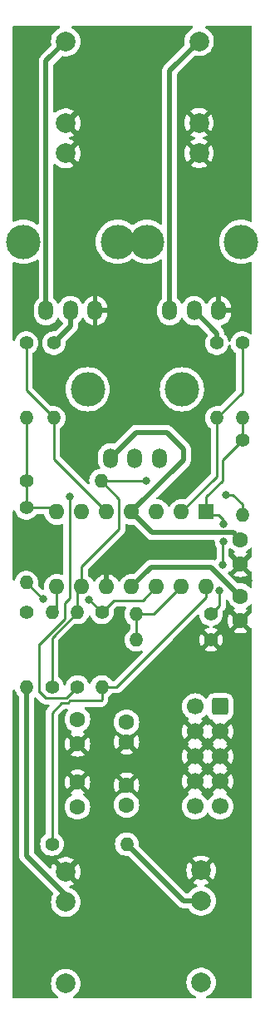
<source format=gtl>
%TF.GenerationSoftware,KiCad,Pcbnew,8.0.4-8.0.4-0~ubuntu22.04.1*%
%TF.CreationDate,2024-07-28T19:50:56+02:00*%
%TF.ProjectId,VoltageProcessor,566f6c74-6167-4655-9072-6f636573736f,0.1*%
%TF.SameCoordinates,Original*%
%TF.FileFunction,Copper,L1,Top*%
%TF.FilePolarity,Positive*%
%FSLAX46Y46*%
G04 Gerber Fmt 4.6, Leading zero omitted, Abs format (unit mm)*
G04 Created by KiCad (PCBNEW 8.0.4-8.0.4-0~ubuntu22.04.1) date 2024-07-28 19:50:56*
%MOMM*%
%LPD*%
G01*
G04 APERTURE LIST*
G04 Aperture macros list*
%AMRoundRect*
0 Rectangle with rounded corners*
0 $1 Rounding radius*
0 $2 $3 $4 $5 $6 $7 $8 $9 X,Y pos of 4 corners*
0 Add a 4 corners polygon primitive as box body*
4,1,4,$2,$3,$4,$5,$6,$7,$8,$9,$2,$3,0*
0 Add four circle primitives for the rounded corners*
1,1,$1+$1,$2,$3*
1,1,$1+$1,$4,$5*
1,1,$1+$1,$6,$7*
1,1,$1+$1,$8,$9*
0 Add four rect primitives between the rounded corners*
20,1,$1+$1,$2,$3,$4,$5,0*
20,1,$1+$1,$4,$5,$6,$7,0*
20,1,$1+$1,$6,$7,$8,$9,0*
20,1,$1+$1,$8,$9,$2,$3,0*%
G04 Aperture macros list end*
%TA.AperFunction,ComponentPad*%
%ADD10C,1.400000*%
%TD*%
%TA.AperFunction,ComponentPad*%
%ADD11O,1.400000X1.400000*%
%TD*%
%TA.AperFunction,ComponentPad*%
%ADD12C,1.600000*%
%TD*%
%TA.AperFunction,ComponentPad*%
%ADD13C,2.000000*%
%TD*%
%TA.AperFunction,ComponentPad*%
%ADD14C,3.500000*%
%TD*%
%TA.AperFunction,ComponentPad*%
%ADD15O,1.500000X2.000000*%
%TD*%
%TA.AperFunction,ComponentPad*%
%ADD16R,1.600000X1.600000*%
%TD*%
%TA.AperFunction,ComponentPad*%
%ADD17O,1.600000X1.600000*%
%TD*%
%TA.AperFunction,ComponentPad*%
%ADD18RoundRect,0.250000X0.600000X0.600000X-0.600000X0.600000X-0.600000X-0.600000X0.600000X-0.600000X0*%
%TD*%
%TA.AperFunction,ComponentPad*%
%ADD19C,1.700000*%
%TD*%
%TA.AperFunction,ViaPad*%
%ADD20C,0.800000*%
%TD*%
%TA.AperFunction,ViaPad*%
%ADD21C,0.900000*%
%TD*%
%TA.AperFunction,Conductor*%
%ADD22C,0.500000*%
%TD*%
%TA.AperFunction,Conductor*%
%ADD23C,0.250000*%
%TD*%
G04 APERTURE END LIST*
D10*
%TO.P,R4,1*%
%TO.N,Net-(U1A--)*%
X118700000Y-89550000D03*
D11*
%TO.P,R4,2*%
%TO.N,Net-(R4-Pad2)*%
X118700000Y-97170000D03*
%TD*%
D10*
%TO.P,R10,1*%
%TO.N,Net-(U1C--)*%
X99300000Y-124550000D03*
D11*
%TO.P,R10,2*%
%TO.N,Net-(R10-Pad2)*%
X99300000Y-116930000D03*
%TD*%
D12*
%TO.P,C4,1*%
%TO.N,GND*%
X118500000Y-117800000D03*
%TO.P,C4,2*%
%TO.N,-12V*%
X118500000Y-115300000D03*
%TD*%
%TO.P,C3,1*%
%TO.N,+12V*%
X118500000Y-109550000D03*
%TO.P,C3,2*%
%TO.N,GND*%
X118500000Y-112050000D03*
%TD*%
D13*
%TO.P,J4,1*%
%TO.N,GND*%
X100700000Y-143350000D03*
%TO.P,J4,2*%
%TO.N,Net-(J4-Pad2)*%
X100700000Y-146450000D03*
%TO.P,J4,3*%
%TO.N,unconnected-(J4-Pad3)*%
X100700000Y-154750000D03*
%TD*%
D10*
%TO.P,R1,1*%
%TO.N,Net-(R1-Pad1)*%
X99500000Y-89550000D03*
D11*
%TO.P,R1,2*%
%TO.N,Net-(U1B-+)*%
X99500000Y-97170000D03*
%TD*%
D10*
%TO.P,R6,1*%
%TO.N,Net-(R4-Pad2)*%
X118700000Y-99440000D03*
D11*
%TO.P,R6,2*%
%TO.N,Net-(U1C--)*%
X118700000Y-107060000D03*
%TD*%
D14*
%TO.P,RV2,*%
%TO.N,*%
X109000000Y-79250000D03*
X118600000Y-79250000D03*
D15*
%TO.P,RV2,1,1*%
%TO.N,Net-(J2-Pad3)*%
X111300000Y-86250000D03*
%TO.P,RV2,2,2*%
%TO.N,Net-(R2-Pad1)*%
X113800000Y-86250000D03*
%TO.P,RV2,3,3*%
%TO.N,GND*%
X116300000Y-86250000D03*
%TD*%
D10*
%TO.P,R5,1*%
%TO.N,Net-(R3-Pad2)*%
X96690000Y-103550000D03*
D11*
%TO.P,R5,2*%
%TO.N,Net-(U1C--)*%
X104310000Y-103550000D03*
%TD*%
D10*
%TO.P,R8,1*%
%TO.N,Net-(R3-Pad2)*%
X96700000Y-106320000D03*
D11*
%TO.P,R8,2*%
%TO.N,Net-(U1D-+)*%
X96700000Y-113940000D03*
%TD*%
D10*
%TO.P,R12,1*%
%TO.N,Net-(U1D-+)*%
X104400000Y-116940000D03*
D11*
%TO.P,R12,2*%
%TO.N,Net-(R12-Pad2)*%
X104400000Y-124560000D03*
%TD*%
D10*
%TO.P,R14,1*%
%TO.N,Net-(R12-Pad2)*%
X99300000Y-140550000D03*
D11*
%TO.P,R14,2*%
%TO.N,Net-(J5-Pad2)*%
X106920000Y-140550000D03*
%TD*%
D14*
%TO.P,RV1,*%
%TO.N,*%
X96400000Y-79250000D03*
X106000000Y-79250000D03*
D15*
%TO.P,RV1,1,1*%
%TO.N,Net-(J1-Pad3)*%
X98700000Y-86250000D03*
%TO.P,RV1,2,2*%
%TO.N,Net-(R1-Pad1)*%
X101200000Y-86250000D03*
%TO.P,RV1,3,3*%
%TO.N,GND*%
X103700000Y-86250000D03*
%TD*%
D13*
%TO.P,J5,1*%
%TO.N,GND*%
X114500000Y-143222500D03*
%TO.P,J5,2*%
%TO.N,Net-(J5-Pad2)*%
X114500000Y-146322500D03*
%TO.P,J5,3*%
%TO.N,unconnected-(J5-Pad3)*%
X114500000Y-154622500D03*
%TD*%
D10*
%TO.P,R3,1*%
%TO.N,Net-(U1B-+)*%
X96700000Y-89540000D03*
D11*
%TO.P,R3,2*%
%TO.N,Net-(R3-Pad2)*%
X96700000Y-97160000D03*
%TD*%
D14*
%TO.P,RV3,*%
%TO.N,*%
X102950000Y-94250000D03*
X112550000Y-94250000D03*
D15*
%TO.P,RV3,1,1*%
%TO.N,+12V*%
X105250000Y-101250000D03*
%TO.P,RV3,2,2*%
%TO.N,Net-(R7-Pad1)*%
X107750000Y-101250000D03*
%TO.P,RV3,3,3*%
%TO.N,-12V*%
X110250000Y-101250000D03*
%TD*%
D13*
%TO.P,J1,1*%
%TO.N,GND*%
X100700000Y-70250000D03*
%TO.P,J1,2*%
X100700000Y-67150000D03*
%TO.P,J1,3*%
%TO.N,Net-(J1-Pad3)*%
X100700000Y-58850000D03*
%TD*%
%TO.P,J2,1*%
%TO.N,GND*%
X114300000Y-70230000D03*
%TO.P,J2,2*%
X114300000Y-67130000D03*
%TO.P,J2,3*%
%TO.N,Net-(J2-Pad3)*%
X114300000Y-58830000D03*
%TD*%
D10*
%TO.P,R9,1*%
%TO.N,Net-(R4-Pad2)*%
X115510000Y-117150000D03*
D11*
%TO.P,R9,2*%
%TO.N,Net-(U1D--)*%
X107890000Y-117150000D03*
%TD*%
D16*
%TO.P,U1,1*%
%TO.N,Net-(R4-Pad2)*%
X115040000Y-106730000D03*
D17*
%TO.P,U1,2,-*%
%TO.N,Net-(U1A--)*%
X112500000Y-106730000D03*
%TO.P,U1,3,+*%
%TO.N,GND*%
X109960000Y-106730000D03*
%TO.P,U1,4,V+*%
%TO.N,+12V*%
X107420000Y-106730000D03*
%TO.P,U1,5,+*%
%TO.N,Net-(U1B-+)*%
X104880000Y-106730000D03*
%TO.P,U1,6,-*%
%TO.N,unconnected-(U1B---Pad6)*%
X102340000Y-106730000D03*
%TO.P,U1,7*%
%TO.N,Net-(R3-Pad2)*%
X99800000Y-106730000D03*
%TO.P,U1,8*%
%TO.N,Net-(R10-Pad2)*%
X99800000Y-114350000D03*
%TO.P,U1,9,-*%
%TO.N,Net-(U1C--)*%
X102340000Y-114350000D03*
%TO.P,U1,10,+*%
%TO.N,GND*%
X104880000Y-114350000D03*
%TO.P,U1,11,V-*%
%TO.N,-12V*%
X107420000Y-114350000D03*
%TO.P,U1,12,+*%
%TO.N,Net-(U1D-+)*%
X109960000Y-114350000D03*
%TO.P,U1,13,-*%
%TO.N,Net-(U1D--)*%
X112500000Y-114350000D03*
%TO.P,U1,14*%
%TO.N,Net-(R12-Pad2)*%
X115040000Y-114350000D03*
%TD*%
D10*
%TO.P,R7,1*%
%TO.N,Net-(R7-Pad1)*%
X101900000Y-124550000D03*
D11*
%TO.P,R7,2*%
%TO.N,Net-(U1C--)*%
X101900000Y-116930000D03*
%TD*%
D10*
%TO.P,R13,1*%
%TO.N,Net-(R10-Pad2)*%
X96700000Y-116920000D03*
D11*
%TO.P,R13,2*%
%TO.N,Net-(J4-Pad2)*%
X96700000Y-124540000D03*
%TD*%
D10*
%TO.P,R2,1*%
%TO.N,Net-(R2-Pad1)*%
X116100000Y-89550000D03*
D11*
%TO.P,R2,2*%
%TO.N,Net-(U1A--)*%
X116100000Y-97170000D03*
%TD*%
D10*
%TO.P,R11,1*%
%TO.N,GND*%
X115520000Y-119750000D03*
D11*
%TO.P,R11,2*%
%TO.N,Net-(U1D--)*%
X107900000Y-119750000D03*
%TD*%
D12*
%TO.P,C6,1*%
%TO.N,GND*%
X106900000Y-134550000D03*
%TO.P,C6,2*%
%TO.N,-12V*%
X106900000Y-136550000D03*
%TD*%
%TO.P,C1,1*%
%TO.N,+12V*%
X101900000Y-127850000D03*
%TO.P,C1,2*%
%TO.N,GND*%
X101900000Y-130350000D03*
%TD*%
D18*
%TO.P,J3,1,Pin_1*%
%TO.N,+12V*%
X116440000Y-126550000D03*
D19*
%TO.P,J3,2,Pin_2*%
X113900000Y-126550000D03*
%TO.P,J3,3,Pin_3*%
%TO.N,GND*%
X116440000Y-129090000D03*
%TO.P,J3,4,Pin_4*%
X113900000Y-129090000D03*
%TO.P,J3,5,Pin_5*%
X116440000Y-131630000D03*
%TO.P,J3,6,Pin_6*%
X113900000Y-131630000D03*
%TO.P,J3,7,Pin_7*%
X116440000Y-134170000D03*
%TO.P,J3,8,Pin_8*%
X113900000Y-134170000D03*
%TO.P,J3,9,Pin_9*%
%TO.N,-12V*%
X116440000Y-136710000D03*
%TO.P,J3,10,Pin_10*%
X113900000Y-136710000D03*
%TD*%
D12*
%TO.P,C5,1*%
%TO.N,+12V*%
X106900000Y-128150000D03*
%TO.P,C5,2*%
%TO.N,GND*%
X106900000Y-130150000D03*
%TD*%
%TO.P,C2,1*%
%TO.N,GND*%
X101900000Y-134250000D03*
%TO.P,C2,2*%
%TO.N,-12V*%
X101900000Y-136750000D03*
%TD*%
D20*
%TO.N,GND*%
X99500000Y-110050000D03*
X112000000Y-139450000D03*
X118300000Y-71050000D03*
X111948008Y-104811295D03*
X105800000Y-111250000D03*
X118200000Y-61650000D03*
X110900000Y-125450000D03*
X96500000Y-86750000D03*
D21*
X106100000Y-118050000D03*
D20*
X108300000Y-59850000D03*
X97000000Y-61050000D03*
X115900000Y-123150000D03*
X119200000Y-119450000D03*
X119300000Y-113750000D03*
X108700000Y-153350000D03*
X107900000Y-87750000D03*
X107300000Y-71150000D03*
X115700000Y-93150000D03*
X110100000Y-133150000D03*
X112600000Y-110650000D03*
X104400000Y-143250000D03*
%TO.N,Net-(U1C--)*%
X108900000Y-103550000D03*
X117000000Y-104991942D03*
%TO.N,Net-(R7-Pad1)*%
X101100000Y-105150000D03*
%TO.N,Net-(U1D-+)*%
X98400000Y-115550000D03*
X103100000Y-115650000D03*
%TO.N,Net-(R4-Pad2)*%
X116800000Y-109750000D03*
X116700000Y-112150000D03*
X116800000Y-107950000D03*
X116400000Y-114750000D03*
%TD*%
D22*
%TO.N,+12V*%
X109540000Y-108850000D02*
X107420000Y-106730000D01*
X107850000Y-98650000D02*
X105250000Y-101250000D01*
X118500000Y-109550000D02*
X117800000Y-108850000D01*
X107420000Y-106730000D02*
X112700000Y-101450000D01*
X112700000Y-101450000D02*
X112700000Y-100350000D01*
D23*
X105250000Y-101250000D02*
X105250000Y-102075000D01*
D22*
X112700000Y-100350000D02*
X111000000Y-98650000D01*
X111000000Y-98650000D02*
X107850000Y-98650000D01*
X117800000Y-108850000D02*
X109540000Y-108850000D01*
%TO.N,GND*%
X112000000Y-111250000D02*
X105800000Y-111250000D01*
X112600000Y-110650000D02*
X112000000Y-111250000D01*
%TO.N,-12V*%
X118500000Y-115300000D02*
X115550000Y-112350000D01*
X115550000Y-112350000D02*
X109420000Y-112350000D01*
X109420000Y-112350000D02*
X107420000Y-114350000D01*
%TO.N,Net-(J2-Pad3)*%
X114300000Y-58830000D02*
X111300000Y-61830000D01*
X111300000Y-61830000D02*
X111300000Y-86250000D01*
D23*
%TO.N,Net-(U1A--)*%
X118700000Y-94570000D02*
X116100000Y-97170000D01*
X118700000Y-89550000D02*
X118700000Y-94570000D01*
X116100000Y-103130000D02*
X116100000Y-97170000D01*
X112500000Y-106730000D02*
X116100000Y-103130000D01*
D22*
%TO.N,Net-(J4-Pad2)*%
X96700000Y-124540000D02*
X96700000Y-141722500D01*
X96700000Y-141722500D02*
X100900000Y-145922500D01*
D23*
%TO.N,Net-(U1C--)*%
X102340000Y-112310000D02*
X102340000Y-114350000D01*
X118700000Y-105950000D02*
X118700000Y-107060000D01*
X117741942Y-104991942D02*
X118700000Y-105950000D01*
X117000000Y-104991942D02*
X117741942Y-104991942D01*
X106150000Y-105390000D02*
X106150000Y-108500000D01*
X99300000Y-124550000D02*
X99300000Y-119530000D01*
X101900000Y-114790000D02*
X102340000Y-114350000D01*
X104310000Y-103550000D02*
X108900000Y-103550000D01*
X104310000Y-103550000D02*
X106150000Y-105390000D01*
X101900000Y-116930000D02*
X101900000Y-114790000D01*
X99300000Y-119530000D02*
X101900000Y-116930000D01*
X118680000Y-106990000D02*
X118700000Y-106970000D01*
X102420000Y-114430000D02*
X102340000Y-114350000D01*
X106150000Y-108500000D02*
X102340000Y-112310000D01*
%TO.N,Net-(U1B-+)*%
X96700000Y-89540000D02*
X96700000Y-94370000D01*
X99500000Y-101350000D02*
X104880000Y-106730000D01*
X99500000Y-97170000D02*
X99500000Y-101350000D01*
X96700000Y-94370000D02*
X99500000Y-97170000D01*
%TO.N,Net-(R7-Pad1)*%
X100750000Y-125700000D02*
X101900000Y-124550000D01*
X98000000Y-120143604D02*
X98000000Y-125100000D01*
X98050000Y-125100000D02*
X98650000Y-125700000D01*
X98650000Y-125700000D02*
X100750000Y-125700000D01*
X101100000Y-115500000D02*
X100600000Y-116000000D01*
X100600000Y-117593604D02*
X98050000Y-120143604D01*
X101100000Y-105150000D02*
X101100000Y-115500000D01*
X100600000Y-116000000D02*
X100600000Y-117593604D01*
%TO.N,Net-(U1D--)*%
X112500000Y-114350000D02*
X109700000Y-117150000D01*
X107890000Y-119740000D02*
X107900000Y-119750000D01*
X109700000Y-117150000D02*
X107890000Y-117150000D01*
X107890000Y-117150000D02*
X107890000Y-119740000D01*
D22*
%TO.N,Net-(J5-Pad2)*%
X106920000Y-140550000D02*
X112692500Y-146322500D01*
X112692500Y-146322500D02*
X114500000Y-146322500D01*
D23*
%TO.N,Net-(U1D-+)*%
X98310000Y-115550000D02*
X98310000Y-115550000D01*
X98400000Y-115640000D02*
X96700000Y-113940000D01*
X109960000Y-114350000D02*
X108560000Y-115750000D01*
X105590000Y-115750000D02*
X104400000Y-116940000D01*
X104390000Y-116940000D02*
X103100000Y-115650000D01*
X98310000Y-115550000D02*
X98400000Y-115550000D01*
X108560000Y-115750000D02*
X105590000Y-115750000D01*
X98400000Y-115550000D02*
X98400000Y-115640000D01*
X104400000Y-116940000D02*
X104390000Y-116940000D01*
D22*
%TO.N,Net-(R1-Pad1)*%
X101200000Y-87850000D02*
X99500000Y-89550000D01*
X101200000Y-86250000D02*
X101200000Y-87850000D01*
%TO.N,Net-(R2-Pad1)*%
X113800000Y-86250000D02*
X116100000Y-88550000D01*
X116100000Y-88550000D02*
X116100000Y-89550000D01*
D23*
%TO.N,Net-(R3-Pad2)*%
X96690000Y-106310000D02*
X96700000Y-106320000D01*
X96700000Y-103540000D02*
X96690000Y-103550000D01*
X96690000Y-103550000D02*
X96690000Y-106310000D01*
X99390000Y-106320000D02*
X99800000Y-106730000D01*
X96700000Y-97160000D02*
X96700000Y-103540000D01*
X96700000Y-106320000D02*
X99390000Y-106320000D01*
%TO.N,Net-(R4-Pad2)*%
X116700000Y-109850000D02*
X116800000Y-109750000D01*
X118700000Y-97170000D02*
X118700000Y-99440000D01*
X116800000Y-107550000D02*
X116300000Y-107050000D01*
X116400000Y-116260000D02*
X116400000Y-114750000D01*
X115040000Y-105210000D02*
X116700000Y-103550000D01*
X116700000Y-103550000D02*
X116700000Y-101440000D01*
X115040000Y-106730000D02*
X115040000Y-105210000D01*
X115360000Y-107050000D02*
X115040000Y-106730000D01*
X116700000Y-101440000D02*
X118700000Y-99440000D01*
X115510000Y-117150000D02*
X116400000Y-116260000D01*
X116700000Y-112150000D02*
X116700000Y-109850000D01*
X116300000Y-107050000D02*
X115360000Y-107050000D01*
X116800000Y-107950000D02*
X116800000Y-107550000D01*
D22*
%TO.N,Net-(J1-Pad3)*%
X98700000Y-60850000D02*
X98700000Y-86250000D01*
X100700000Y-58850000D02*
X98700000Y-60850000D01*
D23*
%TO.N,Net-(R10-Pad2)*%
X99800000Y-116430000D02*
X99300000Y-116930000D01*
X99800000Y-114350000D02*
X99800000Y-116430000D01*
X99290000Y-116920000D02*
X99300000Y-116930000D01*
%TO.N,Net-(R12-Pad2)*%
X104300000Y-125950000D02*
X101136396Y-125950000D01*
X101136396Y-125950000D02*
X100936396Y-126150000D01*
X105890000Y-124560000D02*
X104400000Y-124560000D01*
X115040000Y-115410000D02*
X105890000Y-124560000D01*
X99300000Y-127150000D02*
X99300000Y-140550000D01*
X115040000Y-114350000D02*
X115040000Y-115410000D01*
X100300000Y-126150000D02*
X99300000Y-127150000D01*
X100936396Y-126150000D02*
X100300000Y-126150000D01*
X104400000Y-124560000D02*
X104400000Y-125850000D01*
X104400000Y-125850000D02*
X104300000Y-125950000D01*
%TD*%
%TA.AperFunction,Conductor*%
%TO.N,GND*%
G36*
X115974075Y-134362993D02*
G01*
X116039901Y-134477007D01*
X116132993Y-134570099D01*
X116247007Y-134635925D01*
X116310590Y-134652962D01*
X115678625Y-135284925D01*
X115754594Y-135338119D01*
X115798219Y-135392696D01*
X115805413Y-135462194D01*
X115773890Y-135524549D01*
X115754595Y-135541269D01*
X115568594Y-135671508D01*
X115401505Y-135838597D01*
X115271575Y-136024158D01*
X115216998Y-136067783D01*
X115147500Y-136074977D01*
X115085145Y-136043454D01*
X115068425Y-136024158D01*
X114938494Y-135838597D01*
X114771402Y-135671506D01*
X114771401Y-135671505D01*
X114585405Y-135541269D01*
X114541781Y-135486692D01*
X114534588Y-135417193D01*
X114566110Y-135354839D01*
X114585405Y-135338119D01*
X114661373Y-135284925D01*
X114029409Y-134652962D01*
X114092993Y-134635925D01*
X114207007Y-134570099D01*
X114300099Y-134477007D01*
X114365925Y-134362993D01*
X114382962Y-134299410D01*
X115014925Y-134931373D01*
X115068425Y-134854968D01*
X115123002Y-134811344D01*
X115192501Y-134804151D01*
X115254855Y-134835673D01*
X115271576Y-134854969D01*
X115325073Y-134931372D01*
X115957037Y-134299409D01*
X115974075Y-134362993D01*
G37*
%TD.AperFunction*%
%TA.AperFunction,Conductor*%
G36*
X115974075Y-131822993D02*
G01*
X116039901Y-131937007D01*
X116132993Y-132030099D01*
X116247007Y-132095925D01*
X116310590Y-132112962D01*
X115678625Y-132744925D01*
X115755031Y-132798425D01*
X115798655Y-132853002D01*
X115805848Y-132922501D01*
X115774326Y-132984855D01*
X115755029Y-133001576D01*
X115678625Y-133055072D01*
X116310590Y-133687037D01*
X116247007Y-133704075D01*
X116132993Y-133769901D01*
X116039901Y-133862993D01*
X115974075Y-133977007D01*
X115957037Y-134040590D01*
X115325072Y-133408625D01*
X115325072Y-133408626D01*
X115271574Y-133485030D01*
X115216998Y-133528655D01*
X115147499Y-133535849D01*
X115085144Y-133504326D01*
X115068424Y-133485030D01*
X115014925Y-133408626D01*
X115014925Y-133408625D01*
X114382962Y-134040589D01*
X114365925Y-133977007D01*
X114300099Y-133862993D01*
X114207007Y-133769901D01*
X114092993Y-133704075D01*
X114029410Y-133687037D01*
X114661373Y-133055073D01*
X114584969Y-133001576D01*
X114541344Y-132946999D01*
X114534150Y-132877501D01*
X114565672Y-132815146D01*
X114584968Y-132798425D01*
X114661373Y-132744925D01*
X114029409Y-132112962D01*
X114092993Y-132095925D01*
X114207007Y-132030099D01*
X114300099Y-131937007D01*
X114365925Y-131822993D01*
X114382962Y-131759410D01*
X115014925Y-132391373D01*
X115068425Y-132314968D01*
X115123002Y-132271344D01*
X115192501Y-132264151D01*
X115254855Y-132295673D01*
X115271576Y-132314969D01*
X115325073Y-132391372D01*
X115957037Y-131759409D01*
X115974075Y-131822993D01*
G37*
%TD.AperFunction*%
%TA.AperFunction,Conductor*%
G36*
X115974075Y-129282993D02*
G01*
X116039901Y-129397007D01*
X116132993Y-129490099D01*
X116247007Y-129555925D01*
X116310590Y-129572962D01*
X115678625Y-130204925D01*
X115755031Y-130258425D01*
X115798655Y-130313002D01*
X115805848Y-130382501D01*
X115774326Y-130444855D01*
X115755029Y-130461576D01*
X115678625Y-130515072D01*
X116310590Y-131147037D01*
X116247007Y-131164075D01*
X116132993Y-131229901D01*
X116039901Y-131322993D01*
X115974075Y-131437007D01*
X115957037Y-131500590D01*
X115325072Y-130868625D01*
X115325072Y-130868626D01*
X115271574Y-130945030D01*
X115216998Y-130988655D01*
X115147499Y-130995849D01*
X115085144Y-130964326D01*
X115068424Y-130945030D01*
X115014925Y-130868626D01*
X115014925Y-130868625D01*
X114382962Y-131500589D01*
X114365925Y-131437007D01*
X114300099Y-131322993D01*
X114207007Y-131229901D01*
X114092993Y-131164075D01*
X114029410Y-131147037D01*
X114661373Y-130515073D01*
X114584969Y-130461576D01*
X114541344Y-130406999D01*
X114534150Y-130337501D01*
X114565672Y-130275146D01*
X114584968Y-130258425D01*
X114661373Y-130204925D01*
X114029409Y-129572962D01*
X114092993Y-129555925D01*
X114207007Y-129490099D01*
X114300099Y-129397007D01*
X114365925Y-129282993D01*
X114382962Y-129219410D01*
X115014925Y-129851373D01*
X115068425Y-129774968D01*
X115123002Y-129731344D01*
X115192501Y-129724151D01*
X115254855Y-129755673D01*
X115271576Y-129774969D01*
X115325073Y-129851372D01*
X115957037Y-129219409D01*
X115974075Y-129282993D01*
G37*
%TD.AperFunction*%
%TA.AperFunction,Conductor*%
G36*
X115127038Y-127417053D02*
G01*
X115152335Y-127460733D01*
X115155186Y-127469334D01*
X115247288Y-127618656D01*
X115371344Y-127742712D01*
X115520666Y-127834814D01*
X115593032Y-127858793D01*
X115650476Y-127898566D01*
X115677299Y-127963081D01*
X115677412Y-127973859D01*
X116310590Y-128607037D01*
X116247007Y-128624075D01*
X116132993Y-128689901D01*
X116039901Y-128782993D01*
X115974075Y-128897007D01*
X115957037Y-128960590D01*
X115325072Y-128328625D01*
X115325072Y-128328626D01*
X115271574Y-128405030D01*
X115216998Y-128448655D01*
X115147499Y-128455849D01*
X115085144Y-128424326D01*
X115068424Y-128405030D01*
X115014925Y-128328626D01*
X115014925Y-128328625D01*
X114382962Y-128960589D01*
X114365925Y-128897007D01*
X114300099Y-128782993D01*
X114207007Y-128689901D01*
X114092993Y-128624075D01*
X114029410Y-128607037D01*
X114661373Y-127975073D01*
X114661373Y-127975072D01*
X114585405Y-127921880D01*
X114541780Y-127867304D01*
X114534586Y-127797805D01*
X114566108Y-127735451D01*
X114585399Y-127718734D01*
X114771401Y-127588495D01*
X114938495Y-127421401D01*
X114938504Y-127421388D01*
X114939636Y-127420040D01*
X114940293Y-127419602D01*
X114942323Y-127417573D01*
X114942730Y-127417980D01*
X114997805Y-127381334D01*
X115067666Y-127380220D01*
X115127038Y-127417053D01*
G37*
%TD.AperFunction*%
%TA.AperFunction,Conductor*%
G36*
X117230703Y-115670001D02*
G01*
X117268477Y-115728779D01*
X117269275Y-115731621D01*
X117273258Y-115746488D01*
X117273261Y-115746497D01*
X117369431Y-115952732D01*
X117369432Y-115952734D01*
X117499954Y-116139141D01*
X117660858Y-116300045D01*
X117660861Y-116300047D01*
X117847266Y-116430568D01*
X117862975Y-116437893D01*
X117915414Y-116484064D01*
X117934567Y-116551257D01*
X117914352Y-116618138D01*
X117862979Y-116662656D01*
X117847514Y-116669867D01*
X117847512Y-116669868D01*
X117774526Y-116720973D01*
X117774526Y-116720974D01*
X118453553Y-117400000D01*
X118447339Y-117400000D01*
X118345606Y-117427259D01*
X118254394Y-117479920D01*
X118179920Y-117554394D01*
X118127259Y-117645606D01*
X118100000Y-117747339D01*
X118100000Y-117753552D01*
X117420974Y-117074526D01*
X117420973Y-117074526D01*
X117369868Y-117147512D01*
X117369866Y-117147516D01*
X117273734Y-117353673D01*
X117273730Y-117353682D01*
X117214860Y-117573389D01*
X117214858Y-117573400D01*
X117195034Y-117799997D01*
X117195034Y-117800002D01*
X117214858Y-118026599D01*
X117214860Y-118026610D01*
X117273730Y-118246317D01*
X117273735Y-118246331D01*
X117369863Y-118452478D01*
X117420974Y-118525472D01*
X118100000Y-117846446D01*
X118100000Y-117852661D01*
X118127259Y-117954394D01*
X118179920Y-118045606D01*
X118254394Y-118120080D01*
X118345606Y-118172741D01*
X118447339Y-118200000D01*
X118453553Y-118200000D01*
X117774526Y-118879025D01*
X117847513Y-118930132D01*
X117847521Y-118930136D01*
X118053668Y-119026264D01*
X118053682Y-119026269D01*
X118273389Y-119085139D01*
X118273400Y-119085141D01*
X118499998Y-119104966D01*
X118500002Y-119104966D01*
X118726599Y-119085141D01*
X118726610Y-119085139D01*
X118946317Y-119026269D01*
X118946331Y-119026264D01*
X119152478Y-118930136D01*
X119225471Y-118879024D01*
X118546447Y-118200000D01*
X118552661Y-118200000D01*
X118654394Y-118172741D01*
X118745606Y-118120080D01*
X118820080Y-118045606D01*
X118872741Y-117954394D01*
X118900000Y-117852661D01*
X118900000Y-117846447D01*
X119584197Y-118530644D01*
X119633192Y-118540491D01*
X119683375Y-118589106D01*
X119699500Y-118650253D01*
X119699500Y-156125500D01*
X119679815Y-156192539D01*
X119627011Y-156238294D01*
X119575500Y-156249500D01*
X115125001Y-156249500D01*
X115057962Y-156229815D01*
X115012207Y-156177011D01*
X115002263Y-156107853D01*
X115031288Y-156044297D01*
X115084739Y-156008219D01*
X115104799Y-156001332D01*
X115104802Y-156001330D01*
X115104810Y-156001328D01*
X115323509Y-155882974D01*
X115519744Y-155730238D01*
X115688164Y-155547285D01*
X115824173Y-155339107D01*
X115924063Y-155111381D01*
X115985108Y-154870321D01*
X116005643Y-154622500D01*
X115985108Y-154374679D01*
X115924063Y-154133619D01*
X115824173Y-153905893D01*
X115771464Y-153825215D01*
X115688166Y-153697717D01*
X115637115Y-153642261D01*
X115519744Y-153514762D01*
X115323509Y-153362026D01*
X115323507Y-153362025D01*
X115323506Y-153362024D01*
X115104811Y-153243672D01*
X115104802Y-153243669D01*
X114869616Y-153162929D01*
X114624335Y-153122000D01*
X114375665Y-153122000D01*
X114130383Y-153162929D01*
X113895197Y-153243669D01*
X113895188Y-153243672D01*
X113676493Y-153362024D01*
X113480257Y-153514761D01*
X113311833Y-153697717D01*
X113175826Y-153905893D01*
X113075936Y-154133618D01*
X113014892Y-154374675D01*
X113014890Y-154374687D01*
X112994357Y-154622494D01*
X112994357Y-154622505D01*
X113014890Y-154870312D01*
X113014892Y-154870324D01*
X113075936Y-155111381D01*
X113175826Y-155339106D01*
X113311833Y-155547282D01*
X113311836Y-155547285D01*
X113480256Y-155730238D01*
X113676491Y-155882974D01*
X113676493Y-155882975D01*
X113895188Y-156001327D01*
X113895200Y-156001332D01*
X113915261Y-156008219D01*
X113972277Y-156048604D01*
X113998408Y-156113404D01*
X113985357Y-156182043D01*
X113937268Y-156232731D01*
X113874999Y-156249500D01*
X101571493Y-156249500D01*
X101504454Y-156229815D01*
X101458699Y-156177011D01*
X101448755Y-156107853D01*
X101477780Y-156044297D01*
X101512473Y-156016445D01*
X101523509Y-156010474D01*
X101719744Y-155857738D01*
X101888164Y-155674785D01*
X102024173Y-155466607D01*
X102124063Y-155238881D01*
X102185108Y-154997821D01*
X102205643Y-154750000D01*
X102195078Y-154622505D01*
X102185109Y-154502187D01*
X102185107Y-154502175D01*
X102124063Y-154261118D01*
X102024173Y-154033393D01*
X101888166Y-153825217D01*
X101866557Y-153801744D01*
X101719744Y-153642262D01*
X101523509Y-153489526D01*
X101523507Y-153489525D01*
X101523506Y-153489524D01*
X101304811Y-153371172D01*
X101304802Y-153371169D01*
X101069616Y-153290429D01*
X100824335Y-153249500D01*
X100575665Y-153249500D01*
X100330383Y-153290429D01*
X100095197Y-153371169D01*
X100095188Y-153371172D01*
X99876493Y-153489524D01*
X99680257Y-153642261D01*
X99511833Y-153825217D01*
X99375826Y-154033393D01*
X99275936Y-154261118D01*
X99214892Y-154502175D01*
X99214890Y-154502187D01*
X99194357Y-154749994D01*
X99194357Y-154750005D01*
X99214890Y-154997812D01*
X99214892Y-154997824D01*
X99275936Y-155238881D01*
X99375826Y-155466606D01*
X99511833Y-155674782D01*
X99511836Y-155674785D01*
X99680256Y-155857738D01*
X99876491Y-156010474D01*
X99887525Y-156016445D01*
X99937115Y-156065665D01*
X99952223Y-156133881D01*
X99928053Y-156199437D01*
X99872277Y-156241518D01*
X99828507Y-156249500D01*
X95424500Y-156249500D01*
X95357461Y-156229815D01*
X95311706Y-156177011D01*
X95300500Y-156125500D01*
X95300500Y-124896976D01*
X95320185Y-124829937D01*
X95372989Y-124784182D01*
X95442147Y-124774238D01*
X95505703Y-124803263D01*
X95543477Y-124862041D01*
X95543766Y-124863042D01*
X95575769Y-124975523D01*
X95575775Y-124975538D01*
X95674938Y-125174683D01*
X95674943Y-125174691D01*
X95720315Y-125234773D01*
X95809019Y-125352236D01*
X95909039Y-125443416D01*
X95945319Y-125503126D01*
X95949500Y-125535052D01*
X95949500Y-141796418D01*
X95949500Y-141796420D01*
X95949499Y-141796420D01*
X95978340Y-141941407D01*
X95978343Y-141941417D01*
X96034914Y-142077992D01*
X96034915Y-142077994D01*
X96034916Y-142077995D01*
X96067252Y-142126390D01*
X96067812Y-142127227D01*
X96067813Y-142127230D01*
X96117046Y-142200914D01*
X96117052Y-142200921D01*
X99412778Y-145496646D01*
X99446263Y-145557969D01*
X99441279Y-145627661D01*
X99428906Y-145652148D01*
X99375826Y-145733393D01*
X99275936Y-145961118D01*
X99214892Y-146202175D01*
X99214890Y-146202187D01*
X99194357Y-146449994D01*
X99194357Y-146450005D01*
X99214890Y-146697812D01*
X99214892Y-146697824D01*
X99275936Y-146938881D01*
X99375826Y-147166606D01*
X99511833Y-147374782D01*
X99511836Y-147374785D01*
X99680256Y-147557738D01*
X99876491Y-147710474D01*
X100095190Y-147828828D01*
X100330386Y-147909571D01*
X100575665Y-147950500D01*
X100824335Y-147950500D01*
X101069614Y-147909571D01*
X101304810Y-147828828D01*
X101523509Y-147710474D01*
X101719744Y-147557738D01*
X101888164Y-147374785D01*
X102024173Y-147166607D01*
X102124063Y-146938881D01*
X102185108Y-146697821D01*
X102205643Y-146450000D01*
X102195078Y-146322505D01*
X102185109Y-146202187D01*
X102185107Y-146202175D01*
X102124063Y-145961118D01*
X102024173Y-145733393D01*
X101888166Y-145525217D01*
X101861864Y-145496646D01*
X101719744Y-145342262D01*
X101523509Y-145189526D01*
X101523507Y-145189525D01*
X101523506Y-145189524D01*
X101304811Y-145071172D01*
X101304802Y-145071169D01*
X101147060Y-145017016D01*
X101090045Y-144976631D01*
X101063914Y-144911831D01*
X101076965Y-144843191D01*
X101125054Y-144792504D01*
X101147060Y-144782454D01*
X101304604Y-144728369D01*
X101304614Y-144728364D01*
X101523228Y-144610057D01*
X101523231Y-144610055D01*
X101570056Y-144573609D01*
X101062293Y-144065846D01*
X101078942Y-144058951D01*
X101209970Y-143971401D01*
X101321401Y-143859970D01*
X101408951Y-143728942D01*
X101415846Y-143712294D01*
X101923434Y-144219882D01*
X102023731Y-144066369D01*
X102123587Y-143838717D01*
X102184612Y-143597738D01*
X102184614Y-143597729D01*
X102205141Y-143350005D01*
X102205141Y-143349994D01*
X102184614Y-143102270D01*
X102184612Y-143102261D01*
X102123587Y-142861282D01*
X102023731Y-142633630D01*
X101923434Y-142480116D01*
X101415846Y-142987704D01*
X101408951Y-142971058D01*
X101321401Y-142840030D01*
X101209970Y-142728599D01*
X101078942Y-142641049D01*
X101062294Y-142634153D01*
X101570057Y-142126390D01*
X101570056Y-142126389D01*
X101523229Y-142089943D01*
X101304614Y-141971635D01*
X101304603Y-141971630D01*
X101069493Y-141890916D01*
X100824293Y-141850000D01*
X100575707Y-141850000D01*
X100330506Y-141890916D01*
X100095396Y-141971630D01*
X100095390Y-141971632D01*
X99876761Y-142089949D01*
X99829942Y-142126388D01*
X99829942Y-142126390D01*
X100337705Y-142634153D01*
X100321058Y-142641049D01*
X100190030Y-142728599D01*
X100078599Y-142840030D01*
X99991049Y-142971058D01*
X99984153Y-142987705D01*
X99476564Y-142480116D01*
X99376267Y-142633632D01*
X99276411Y-142861284D01*
X99276408Y-142861292D01*
X99253954Y-142949960D01*
X99218414Y-143010116D01*
X99155994Y-143041507D01*
X99086511Y-143034169D01*
X99046068Y-143007200D01*
X97486819Y-141447951D01*
X97453334Y-141386628D01*
X97450500Y-141360270D01*
X97450500Y-125717106D01*
X97470185Y-125650067D01*
X97522989Y-125604312D01*
X97592147Y-125594368D01*
X97643389Y-125614003D01*
X97703714Y-125654311D01*
X97708249Y-125656189D01*
X97748480Y-125683070D01*
X98161016Y-126095606D01*
X98161045Y-126095637D01*
X98251264Y-126185856D01*
X98289801Y-126211606D01*
X98289802Y-126211606D01*
X98353714Y-126254312D01*
X98434207Y-126287652D01*
X98467548Y-126301463D01*
X98527971Y-126313481D01*
X98588393Y-126325500D01*
X98588394Y-126325500D01*
X98940547Y-126325500D01*
X99007586Y-126345185D01*
X99053341Y-126397989D01*
X99063285Y-126467147D01*
X99034260Y-126530703D01*
X99028228Y-126537181D01*
X98901269Y-126664140D01*
X98901267Y-126664142D01*
X98861097Y-126704312D01*
X98814142Y-126751266D01*
X98791329Y-126785409D01*
X98791328Y-126785410D01*
X98745690Y-126853709D01*
X98745685Y-126853718D01*
X98698540Y-126967538D01*
X98698535Y-126967554D01*
X98681741Y-127051988D01*
X98674500Y-127088389D01*
X98674500Y-139456233D01*
X98654815Y-139523272D01*
X98615778Y-139561660D01*
X98573436Y-139587877D01*
X98409020Y-139737761D01*
X98274943Y-139915308D01*
X98274938Y-139915316D01*
X98175775Y-140114461D01*
X98175769Y-140114476D01*
X98114885Y-140328462D01*
X98114884Y-140328464D01*
X98094357Y-140549999D01*
X98094357Y-140550000D01*
X98114884Y-140771535D01*
X98114885Y-140771537D01*
X98175769Y-140985523D01*
X98175775Y-140985538D01*
X98274938Y-141184683D01*
X98274943Y-141184691D01*
X98409020Y-141362238D01*
X98573437Y-141512123D01*
X98573439Y-141512125D01*
X98762595Y-141629245D01*
X98762596Y-141629245D01*
X98762599Y-141629247D01*
X98970060Y-141709618D01*
X99188757Y-141750500D01*
X99188759Y-141750500D01*
X99411241Y-141750500D01*
X99411243Y-141750500D01*
X99629940Y-141709618D01*
X99837401Y-141629247D01*
X100026562Y-141512124D01*
X100190981Y-141362236D01*
X100325058Y-141184689D01*
X100424229Y-140985528D01*
X100485115Y-140771536D01*
X100505643Y-140550000D01*
X100505643Y-140549999D01*
X105714357Y-140549999D01*
X105714357Y-140550000D01*
X105734884Y-140771535D01*
X105734885Y-140771537D01*
X105795769Y-140985523D01*
X105795775Y-140985538D01*
X105894938Y-141184683D01*
X105894943Y-141184691D01*
X106029020Y-141362238D01*
X106193437Y-141512123D01*
X106193439Y-141512125D01*
X106382595Y-141629245D01*
X106382596Y-141629245D01*
X106382599Y-141629247D01*
X106590060Y-141709618D01*
X106808757Y-141750500D01*
X106808759Y-141750500D01*
X107007770Y-141750500D01*
X107074809Y-141770185D01*
X107095451Y-141786819D01*
X112214086Y-146905454D01*
X112243558Y-146925145D01*
X112287770Y-146954686D01*
X112337005Y-146987584D01*
X112337006Y-146987584D01*
X112337007Y-146987585D01*
X112337009Y-146987586D01*
X112461390Y-147039106D01*
X112473587Y-147044158D01*
X112473591Y-147044158D01*
X112473592Y-147044159D01*
X112618579Y-147073000D01*
X112618582Y-147073000D01*
X112618583Y-147073000D01*
X112766418Y-147073000D01*
X113130864Y-147073000D01*
X113197903Y-147092685D01*
X113234672Y-147129177D01*
X113311836Y-147247285D01*
X113480256Y-147430238D01*
X113676491Y-147582974D01*
X113895190Y-147701328D01*
X114130386Y-147782071D01*
X114375665Y-147823000D01*
X114624335Y-147823000D01*
X114869614Y-147782071D01*
X115104810Y-147701328D01*
X115323509Y-147582974D01*
X115519744Y-147430238D01*
X115688164Y-147247285D01*
X115824173Y-147039107D01*
X115924063Y-146811381D01*
X115985108Y-146570321D01*
X116005643Y-146322500D01*
X115985108Y-146074679D01*
X115924063Y-145833619D01*
X115824173Y-145605893D01*
X115789169Y-145552315D01*
X115688166Y-145397717D01*
X115637115Y-145342261D01*
X115519744Y-145214762D01*
X115323509Y-145062026D01*
X115323507Y-145062025D01*
X115323506Y-145062024D01*
X115104811Y-144943672D01*
X115104802Y-144943669D01*
X114947061Y-144889516D01*
X114890046Y-144849130D01*
X114863915Y-144784331D01*
X114876967Y-144715691D01*
X114925055Y-144665003D01*
X114947061Y-144654954D01*
X115104604Y-144600869D01*
X115104614Y-144600864D01*
X115323228Y-144482557D01*
X115323231Y-144482555D01*
X115370056Y-144446109D01*
X114862293Y-143938346D01*
X114878942Y-143931451D01*
X115009970Y-143843901D01*
X115121401Y-143732470D01*
X115208951Y-143601442D01*
X115215846Y-143584794D01*
X115723434Y-144092382D01*
X115823731Y-143938869D01*
X115923587Y-143711217D01*
X115984612Y-143470238D01*
X115984614Y-143470229D01*
X116005141Y-143222505D01*
X116005141Y-143222494D01*
X115984614Y-142974770D01*
X115984612Y-142974761D01*
X115923587Y-142733782D01*
X115823731Y-142506130D01*
X115723434Y-142352616D01*
X115215846Y-142860204D01*
X115208951Y-142843558D01*
X115121401Y-142712530D01*
X115009970Y-142601099D01*
X114878942Y-142513549D01*
X114862294Y-142506653D01*
X115370057Y-141998890D01*
X115370056Y-141998889D01*
X115323229Y-141962443D01*
X115104614Y-141844135D01*
X115104603Y-141844130D01*
X114869493Y-141763416D01*
X114624293Y-141722500D01*
X114375707Y-141722500D01*
X114130506Y-141763416D01*
X113895396Y-141844130D01*
X113895390Y-141844132D01*
X113676761Y-141962449D01*
X113629942Y-141998888D01*
X113629942Y-141998890D01*
X114137705Y-142506653D01*
X114121058Y-142513549D01*
X113990030Y-142601099D01*
X113878599Y-142712530D01*
X113791049Y-142843558D01*
X113784153Y-142860205D01*
X113276564Y-142352616D01*
X113176267Y-142506132D01*
X113076412Y-142733782D01*
X113015387Y-142974761D01*
X113015385Y-142974770D01*
X112994859Y-143222494D01*
X112994859Y-143222505D01*
X113015385Y-143470229D01*
X113015387Y-143470238D01*
X113076412Y-143711217D01*
X113176266Y-143938864D01*
X113276564Y-144092382D01*
X113784152Y-143584793D01*
X113791049Y-143601442D01*
X113878599Y-143732470D01*
X113990030Y-143843901D01*
X114121058Y-143931451D01*
X114137705Y-143938346D01*
X113629942Y-144446109D01*
X113676768Y-144482555D01*
X113676770Y-144482556D01*
X113895385Y-144600864D01*
X113895396Y-144600869D01*
X114052938Y-144654954D01*
X114109953Y-144695340D01*
X114136084Y-144760139D01*
X114123032Y-144828779D01*
X114074944Y-144879467D01*
X114052938Y-144889516D01*
X113895197Y-144943669D01*
X113895188Y-144943672D01*
X113676493Y-145062024D01*
X113480257Y-145214761D01*
X113311836Y-145397715D01*
X113234673Y-145515822D01*
X113181526Y-145561178D01*
X113130864Y-145572000D01*
X113054730Y-145572000D01*
X112987691Y-145552315D01*
X112967049Y-145535681D01*
X108154568Y-140723200D01*
X108121083Y-140661877D01*
X108118778Y-140624077D01*
X108125643Y-140549999D01*
X108105115Y-140328464D01*
X108105114Y-140328462D01*
X108044230Y-140114476D01*
X108044229Y-140114472D01*
X108044224Y-140114461D01*
X107945061Y-139915316D01*
X107945056Y-139915308D01*
X107810979Y-139737761D01*
X107646562Y-139587876D01*
X107646560Y-139587874D01*
X107457404Y-139470754D01*
X107457398Y-139470752D01*
X107249940Y-139390382D01*
X107031243Y-139349500D01*
X106808757Y-139349500D01*
X106590060Y-139390382D01*
X106458864Y-139441207D01*
X106382601Y-139470752D01*
X106382595Y-139470754D01*
X106193439Y-139587874D01*
X106193437Y-139587876D01*
X106029020Y-139737761D01*
X105894943Y-139915308D01*
X105894938Y-139915316D01*
X105795775Y-140114461D01*
X105795769Y-140114476D01*
X105734885Y-140328462D01*
X105734884Y-140328464D01*
X105714357Y-140549999D01*
X100505643Y-140549999D01*
X100485115Y-140328464D01*
X100424229Y-140114472D01*
X100424224Y-140114461D01*
X100325061Y-139915316D01*
X100325056Y-139915308D01*
X100190979Y-139737761D01*
X100026563Y-139587877D01*
X100026562Y-139587876D01*
X99984222Y-139561660D01*
X99937587Y-139509631D01*
X99925500Y-139456233D01*
X99925500Y-136749998D01*
X100594532Y-136749998D01*
X100594532Y-136750001D01*
X100614364Y-136976686D01*
X100614366Y-136976697D01*
X100673258Y-137196488D01*
X100673261Y-137196497D01*
X100769431Y-137402732D01*
X100769432Y-137402734D01*
X100899954Y-137589141D01*
X101060858Y-137750045D01*
X101060861Y-137750047D01*
X101247266Y-137880568D01*
X101453504Y-137976739D01*
X101453509Y-137976740D01*
X101453511Y-137976741D01*
X101480248Y-137983905D01*
X101673308Y-138035635D01*
X101835230Y-138049801D01*
X101899998Y-138055468D01*
X101900000Y-138055468D01*
X101900002Y-138055468D01*
X101956673Y-138050509D01*
X102126692Y-138035635D01*
X102346496Y-137976739D01*
X102552734Y-137880568D01*
X102739139Y-137750047D01*
X102900047Y-137589139D01*
X103030568Y-137402734D01*
X103126739Y-137196496D01*
X103185635Y-136976692D01*
X103205468Y-136750000D01*
X103201968Y-136710000D01*
X103187970Y-136549998D01*
X105594532Y-136549998D01*
X105594532Y-136550001D01*
X105614364Y-136776686D01*
X105614366Y-136776697D01*
X105673258Y-136996488D01*
X105673261Y-136996497D01*
X105769431Y-137202732D01*
X105769432Y-137202734D01*
X105899954Y-137389141D01*
X106060858Y-137550045D01*
X106060861Y-137550047D01*
X106247266Y-137680568D01*
X106453504Y-137776739D01*
X106673308Y-137835635D01*
X106835230Y-137849801D01*
X106899998Y-137855468D01*
X106900000Y-137855468D01*
X106900002Y-137855468D01*
X106956673Y-137850509D01*
X107126692Y-137835635D01*
X107346496Y-137776739D01*
X107552734Y-137680568D01*
X107739139Y-137550047D01*
X107900047Y-137389139D01*
X108030568Y-137202734D01*
X108126739Y-136996496D01*
X108185635Y-136776692D01*
X108205468Y-136550000D01*
X108185635Y-136323308D01*
X108126739Y-136103504D01*
X108030568Y-135897266D01*
X107900047Y-135710861D01*
X107900045Y-135710858D01*
X107739141Y-135549954D01*
X107552734Y-135419432D01*
X107552732Y-135419431D01*
X107346497Y-135323261D01*
X107341992Y-135322054D01*
X107286408Y-135289961D01*
X106946448Y-134950000D01*
X106952661Y-134950000D01*
X107054394Y-134922741D01*
X107145606Y-134870080D01*
X107220080Y-134795606D01*
X107272741Y-134704394D01*
X107300000Y-134602661D01*
X107300000Y-134596447D01*
X107979024Y-135275471D01*
X108030136Y-135202478D01*
X108126264Y-134996331D01*
X108126269Y-134996317D01*
X108185139Y-134776610D01*
X108185141Y-134776599D01*
X108204966Y-134550002D01*
X108204966Y-134549997D01*
X108185141Y-134323400D01*
X108185139Y-134323389D01*
X108126269Y-134103682D01*
X108126264Y-134103668D01*
X108030136Y-133897521D01*
X108030132Y-133897513D01*
X107979025Y-133824526D01*
X107300000Y-134503551D01*
X107300000Y-134497339D01*
X107272741Y-134395606D01*
X107220080Y-134304394D01*
X107145606Y-134229920D01*
X107054394Y-134177259D01*
X106952661Y-134150000D01*
X106946448Y-134150000D01*
X107625472Y-133470974D01*
X107552478Y-133419863D01*
X107346331Y-133323735D01*
X107346317Y-133323730D01*
X107126610Y-133264860D01*
X107126599Y-133264858D01*
X106900002Y-133245034D01*
X106899998Y-133245034D01*
X106673400Y-133264858D01*
X106673389Y-133264860D01*
X106453682Y-133323730D01*
X106453673Y-133323734D01*
X106247516Y-133419866D01*
X106247512Y-133419868D01*
X106174526Y-133470973D01*
X106174526Y-133470974D01*
X106853553Y-134150000D01*
X106847339Y-134150000D01*
X106745606Y-134177259D01*
X106654394Y-134229920D01*
X106579920Y-134304394D01*
X106527259Y-134395606D01*
X106500000Y-134497339D01*
X106500000Y-134503552D01*
X105820974Y-133824526D01*
X105820973Y-133824526D01*
X105769868Y-133897512D01*
X105769866Y-133897516D01*
X105673734Y-134103673D01*
X105673730Y-134103682D01*
X105614860Y-134323389D01*
X105614858Y-134323400D01*
X105595034Y-134549997D01*
X105595034Y-134550002D01*
X105614858Y-134776599D01*
X105614860Y-134776610D01*
X105673730Y-134996317D01*
X105673735Y-134996331D01*
X105769863Y-135202478D01*
X105820974Y-135275472D01*
X106500000Y-134596446D01*
X106500000Y-134602661D01*
X106527259Y-134704394D01*
X106579920Y-134795606D01*
X106654394Y-134870080D01*
X106745606Y-134922741D01*
X106847339Y-134950000D01*
X106853553Y-134950000D01*
X106513590Y-135289961D01*
X106458012Y-135322052D01*
X106453508Y-135323259D01*
X106453503Y-135323260D01*
X106247267Y-135419431D01*
X106247265Y-135419432D01*
X106060858Y-135549954D01*
X105899954Y-135710858D01*
X105769432Y-135897265D01*
X105769431Y-135897267D01*
X105673261Y-136103502D01*
X105673258Y-136103511D01*
X105614366Y-136323302D01*
X105614364Y-136323313D01*
X105594532Y-136549998D01*
X103187970Y-136549998D01*
X103185635Y-136523313D01*
X103185635Y-136523308D01*
X103132047Y-136323313D01*
X103126741Y-136303511D01*
X103126738Y-136303502D01*
X103030568Y-136097266D01*
X102900047Y-135910861D01*
X102900045Y-135910858D01*
X102739141Y-135749954D01*
X102552734Y-135619432D01*
X102552730Y-135619430D01*
X102537022Y-135612105D01*
X102484583Y-135565931D01*
X102465433Y-135498737D01*
X102485650Y-135431857D01*
X102537028Y-135387340D01*
X102552481Y-135380134D01*
X102625471Y-135329024D01*
X101946447Y-134650000D01*
X101952661Y-134650000D01*
X102054394Y-134622741D01*
X102145606Y-134570080D01*
X102220080Y-134495606D01*
X102272741Y-134404394D01*
X102300000Y-134302661D01*
X102300000Y-134296447D01*
X102979024Y-134975471D01*
X103030136Y-134902478D01*
X103126264Y-134696331D01*
X103126269Y-134696317D01*
X103185139Y-134476610D01*
X103185141Y-134476599D01*
X103204966Y-134250002D01*
X103204966Y-134249997D01*
X103185141Y-134023400D01*
X103185139Y-134023389D01*
X103126269Y-133803682D01*
X103126264Y-133803668D01*
X103030136Y-133597521D01*
X103030132Y-133597513D01*
X102979025Y-133524526D01*
X102300000Y-134203551D01*
X102300000Y-134197339D01*
X102272741Y-134095606D01*
X102220080Y-134004394D01*
X102145606Y-133929920D01*
X102054394Y-133877259D01*
X101952661Y-133850000D01*
X101946448Y-133850000D01*
X102625472Y-133170974D01*
X102552478Y-133119863D01*
X102346331Y-133023735D01*
X102346317Y-133023730D01*
X102126610Y-132964860D01*
X102126599Y-132964858D01*
X101900002Y-132945034D01*
X101899998Y-132945034D01*
X101673400Y-132964858D01*
X101673389Y-132964860D01*
X101453682Y-133023730D01*
X101453673Y-133023734D01*
X101247516Y-133119866D01*
X101247512Y-133119868D01*
X101174526Y-133170973D01*
X101174526Y-133170974D01*
X101853553Y-133850000D01*
X101847339Y-133850000D01*
X101745606Y-133877259D01*
X101654394Y-133929920D01*
X101579920Y-134004394D01*
X101527259Y-134095606D01*
X101500000Y-134197339D01*
X101500000Y-134203552D01*
X100820974Y-133524526D01*
X100820973Y-133524526D01*
X100769868Y-133597512D01*
X100769866Y-133597516D01*
X100673734Y-133803673D01*
X100673730Y-133803682D01*
X100614860Y-134023389D01*
X100614858Y-134023400D01*
X100595034Y-134249997D01*
X100595034Y-134250002D01*
X100614858Y-134476599D01*
X100614860Y-134476610D01*
X100673730Y-134696317D01*
X100673735Y-134696331D01*
X100769863Y-134902478D01*
X100820974Y-134975472D01*
X101500000Y-134296446D01*
X101500000Y-134302661D01*
X101527259Y-134404394D01*
X101579920Y-134495606D01*
X101654394Y-134570080D01*
X101745606Y-134622741D01*
X101847339Y-134650000D01*
X101853553Y-134650000D01*
X101174526Y-135329025D01*
X101247513Y-135380132D01*
X101247515Y-135380133D01*
X101262973Y-135387341D01*
X101315413Y-135433513D01*
X101334566Y-135500706D01*
X101314351Y-135567587D01*
X101262979Y-135612104D01*
X101247270Y-135619429D01*
X101247265Y-135619432D01*
X101060858Y-135749954D01*
X100899954Y-135910858D01*
X100769432Y-136097265D01*
X100769431Y-136097267D01*
X100673261Y-136303502D01*
X100673258Y-136303511D01*
X100614366Y-136523302D01*
X100614364Y-136523313D01*
X100594532Y-136749998D01*
X99925500Y-136749998D01*
X99925500Y-127460452D01*
X99945185Y-127393413D01*
X99961819Y-127372771D01*
X100522772Y-126811819D01*
X100584095Y-126778334D01*
X100610453Y-126775500D01*
X100835951Y-126775500D01*
X100902990Y-126795185D01*
X100948745Y-126847989D01*
X100958689Y-126917147D01*
X100929664Y-126980703D01*
X100923632Y-126987181D01*
X100899954Y-127010858D01*
X100769432Y-127197265D01*
X100769431Y-127197267D01*
X100673261Y-127403502D01*
X100673258Y-127403511D01*
X100614366Y-127623302D01*
X100614364Y-127623313D01*
X100594532Y-127849998D01*
X100594532Y-127850001D01*
X100614364Y-128076686D01*
X100614366Y-128076697D01*
X100673258Y-128296488D01*
X100673261Y-128296497D01*
X100769431Y-128502732D01*
X100769432Y-128502734D01*
X100899954Y-128689141D01*
X101060858Y-128850045D01*
X101060861Y-128850047D01*
X101247266Y-128980568D01*
X101262975Y-128987893D01*
X101315414Y-129034064D01*
X101334567Y-129101257D01*
X101314352Y-129168138D01*
X101262979Y-129212656D01*
X101247514Y-129219867D01*
X101247512Y-129219868D01*
X101174526Y-129270973D01*
X101174526Y-129270974D01*
X101853553Y-129950000D01*
X101847339Y-129950000D01*
X101745606Y-129977259D01*
X101654394Y-130029920D01*
X101579920Y-130104394D01*
X101527259Y-130195606D01*
X101500000Y-130297339D01*
X101500000Y-130303552D01*
X100820974Y-129624526D01*
X100820973Y-129624526D01*
X100769868Y-129697512D01*
X100769866Y-129697516D01*
X100673734Y-129903673D01*
X100673730Y-129903682D01*
X100614860Y-130123389D01*
X100614858Y-130123400D01*
X100595034Y-130349997D01*
X100595034Y-130350002D01*
X100614858Y-130576599D01*
X100614860Y-130576610D01*
X100673730Y-130796317D01*
X100673735Y-130796331D01*
X100769863Y-131002478D01*
X100820974Y-131075472D01*
X101500000Y-130396446D01*
X101500000Y-130402661D01*
X101527259Y-130504394D01*
X101579920Y-130595606D01*
X101654394Y-130670080D01*
X101745606Y-130722741D01*
X101847339Y-130750000D01*
X101853553Y-130750000D01*
X101174526Y-131429025D01*
X101247513Y-131480132D01*
X101247521Y-131480136D01*
X101453668Y-131576264D01*
X101453682Y-131576269D01*
X101673389Y-131635139D01*
X101673400Y-131635141D01*
X101899998Y-131654966D01*
X101900002Y-131654966D01*
X102126599Y-131635141D01*
X102126610Y-131635139D01*
X102346317Y-131576269D01*
X102346331Y-131576264D01*
X102552478Y-131480136D01*
X102625471Y-131429024D01*
X101946447Y-130750000D01*
X101952661Y-130750000D01*
X102054394Y-130722741D01*
X102145606Y-130670080D01*
X102220080Y-130595606D01*
X102272741Y-130504394D01*
X102300000Y-130402661D01*
X102300000Y-130396447D01*
X102979024Y-131075471D01*
X103030136Y-131002478D01*
X103126264Y-130796331D01*
X103126269Y-130796317D01*
X103185139Y-130576610D01*
X103185141Y-130576599D01*
X103204966Y-130350002D01*
X103204966Y-130349997D01*
X103185141Y-130123400D01*
X103185139Y-130123389D01*
X103126269Y-129903682D01*
X103126264Y-129903668D01*
X103030136Y-129697521D01*
X103030132Y-129697513D01*
X102979025Y-129624526D01*
X102300000Y-130303551D01*
X102300000Y-130297339D01*
X102272741Y-130195606D01*
X102220080Y-130104394D01*
X102145606Y-130029920D01*
X102054394Y-129977259D01*
X101952661Y-129950000D01*
X101946448Y-129950000D01*
X102625472Y-129270974D01*
X102552480Y-129219864D01*
X102537024Y-129212657D01*
X102484585Y-129166484D01*
X102465433Y-129099290D01*
X102485649Y-129032409D01*
X102537023Y-128987893D01*
X102552734Y-128980568D01*
X102739139Y-128850047D01*
X102900047Y-128689139D01*
X103030568Y-128502734D01*
X103126739Y-128296496D01*
X103165993Y-128149998D01*
X105594532Y-128149998D01*
X105594532Y-128150001D01*
X105614364Y-128376686D01*
X105614366Y-128376697D01*
X105673258Y-128596488D01*
X105673261Y-128596497D01*
X105769431Y-128802732D01*
X105769432Y-128802734D01*
X105899954Y-128989141D01*
X106060858Y-129150045D01*
X106060861Y-129150047D01*
X106247266Y-129280568D01*
X106453504Y-129376739D01*
X106453506Y-129376739D01*
X106453513Y-129376742D01*
X106458003Y-129377945D01*
X106513592Y-129410039D01*
X106853553Y-129750000D01*
X106847339Y-129750000D01*
X106745606Y-129777259D01*
X106654394Y-129829920D01*
X106579920Y-129904394D01*
X106527259Y-129995606D01*
X106500000Y-130097339D01*
X106500000Y-130103552D01*
X105820974Y-129424526D01*
X105820973Y-129424526D01*
X105769868Y-129497512D01*
X105769866Y-129497516D01*
X105673734Y-129703673D01*
X105673730Y-129703682D01*
X105614860Y-129923389D01*
X105614858Y-129923400D01*
X105595034Y-130149997D01*
X105595034Y-130150002D01*
X105614858Y-130376599D01*
X105614860Y-130376610D01*
X105673730Y-130596317D01*
X105673735Y-130596331D01*
X105769863Y-130802478D01*
X105820974Y-130875472D01*
X106500000Y-130196446D01*
X106500000Y-130202661D01*
X106527259Y-130304394D01*
X106579920Y-130395606D01*
X106654394Y-130470080D01*
X106745606Y-130522741D01*
X106847339Y-130550000D01*
X106853553Y-130550000D01*
X106174526Y-131229025D01*
X106247513Y-131280132D01*
X106247521Y-131280136D01*
X106453668Y-131376264D01*
X106453682Y-131376269D01*
X106673389Y-131435139D01*
X106673400Y-131435141D01*
X106899998Y-131454966D01*
X106900002Y-131454966D01*
X107126599Y-131435141D01*
X107126610Y-131435139D01*
X107346317Y-131376269D01*
X107346331Y-131376264D01*
X107552478Y-131280136D01*
X107625471Y-131229024D01*
X106946447Y-130550000D01*
X106952661Y-130550000D01*
X107054394Y-130522741D01*
X107145606Y-130470080D01*
X107220080Y-130395606D01*
X107272741Y-130304394D01*
X107300000Y-130202661D01*
X107300000Y-130196447D01*
X107979024Y-130875471D01*
X108030136Y-130802478D01*
X108126264Y-130596331D01*
X108126269Y-130596317D01*
X108185139Y-130376610D01*
X108185141Y-130376599D01*
X108204966Y-130150002D01*
X108204966Y-130149997D01*
X108185141Y-129923400D01*
X108185139Y-129923389D01*
X108126269Y-129703682D01*
X108126264Y-129703668D01*
X108030136Y-129497521D01*
X108030132Y-129497513D01*
X107979025Y-129424526D01*
X107300000Y-130103551D01*
X107300000Y-130097339D01*
X107272741Y-129995606D01*
X107220080Y-129904394D01*
X107145606Y-129829920D01*
X107054394Y-129777259D01*
X106952661Y-129750000D01*
X106946448Y-129750000D01*
X107286407Y-129410039D01*
X107341996Y-129377945D01*
X107343833Y-129377452D01*
X107346496Y-129376739D01*
X107552734Y-129280568D01*
X107739139Y-129150047D01*
X107900047Y-128989139D01*
X108030568Y-128802734D01*
X108126739Y-128596496D01*
X108185635Y-128376692D01*
X108205468Y-128150000D01*
X108185635Y-127923308D01*
X108126739Y-127703504D01*
X108030568Y-127497266D01*
X107900047Y-127310861D01*
X107900045Y-127310858D01*
X107739141Y-127149954D01*
X107552734Y-127019432D01*
X107552732Y-127019431D01*
X107346497Y-126923261D01*
X107346488Y-126923258D01*
X107126697Y-126864366D01*
X107126693Y-126864365D01*
X107126692Y-126864365D01*
X107126691Y-126864364D01*
X107126686Y-126864364D01*
X106900002Y-126844532D01*
X106899998Y-126844532D01*
X106673313Y-126864364D01*
X106673302Y-126864366D01*
X106453511Y-126923258D01*
X106453502Y-126923261D01*
X106247267Y-127019431D01*
X106247265Y-127019432D01*
X106060858Y-127149954D01*
X105899954Y-127310858D01*
X105769432Y-127497265D01*
X105769431Y-127497267D01*
X105673261Y-127703502D01*
X105673258Y-127703511D01*
X105614366Y-127923302D01*
X105614364Y-127923313D01*
X105594532Y-128149998D01*
X103165993Y-128149998D01*
X103185635Y-128076692D01*
X103205468Y-127850000D01*
X103204139Y-127834815D01*
X103198758Y-127773307D01*
X103185635Y-127623308D01*
X103131535Y-127421402D01*
X103126741Y-127403511D01*
X103126738Y-127403502D01*
X103112408Y-127372771D01*
X103030568Y-127197266D01*
X102928843Y-127051987D01*
X102900045Y-127010858D01*
X102739142Y-126849955D01*
X102728230Y-126842314D01*
X102669333Y-126801074D01*
X102625708Y-126746499D01*
X102618514Y-126677001D01*
X102650036Y-126614646D01*
X102710266Y-126579231D01*
X102740456Y-126575500D01*
X104361607Y-126575500D01*
X104422029Y-126563481D01*
X104482452Y-126551463D01*
X104482455Y-126551461D01*
X104482458Y-126551461D01*
X104485987Y-126549999D01*
X112544341Y-126549999D01*
X112544341Y-126550000D01*
X112564936Y-126785403D01*
X112564936Y-126785405D01*
X112564937Y-126785408D01*
X112572014Y-126811819D01*
X112626094Y-127013655D01*
X112626096Y-127013659D01*
X112626097Y-127013663D01*
X112660945Y-127088394D01*
X112725965Y-127227830D01*
X112725967Y-127227834D01*
X112784102Y-127310858D01*
X112861505Y-127421401D01*
X113028599Y-127588495D01*
X113192846Y-127703502D01*
X113214594Y-127718730D01*
X113258218Y-127773307D01*
X113265411Y-127842806D01*
X113233889Y-127905160D01*
X113214593Y-127921880D01*
X113138626Y-127975072D01*
X113138625Y-127975072D01*
X113770590Y-128607037D01*
X113707007Y-128624075D01*
X113592993Y-128689901D01*
X113499901Y-128782993D01*
X113434075Y-128897007D01*
X113417037Y-128960590D01*
X112785072Y-128328625D01*
X112726401Y-128412419D01*
X112626570Y-128626507D01*
X112626566Y-128626516D01*
X112565432Y-128854673D01*
X112565430Y-128854684D01*
X112544843Y-129089998D01*
X112544843Y-129090001D01*
X112565430Y-129325315D01*
X112565432Y-129325326D01*
X112626566Y-129553483D01*
X112626570Y-129553492D01*
X112726400Y-129767579D01*
X112726402Y-129767583D01*
X112785072Y-129851373D01*
X112785073Y-129851373D01*
X113417037Y-129219409D01*
X113434075Y-129282993D01*
X113499901Y-129397007D01*
X113592993Y-129490099D01*
X113707007Y-129555925D01*
X113770590Y-129572962D01*
X113138625Y-130204925D01*
X113215031Y-130258425D01*
X113258655Y-130313002D01*
X113265848Y-130382501D01*
X113234326Y-130444855D01*
X113215029Y-130461576D01*
X113138625Y-130515072D01*
X113770590Y-131147037D01*
X113707007Y-131164075D01*
X113592993Y-131229901D01*
X113499901Y-131322993D01*
X113434075Y-131437007D01*
X113417037Y-131500590D01*
X112785072Y-130868625D01*
X112726401Y-130952419D01*
X112626570Y-131166507D01*
X112626566Y-131166516D01*
X112565432Y-131394673D01*
X112565430Y-131394684D01*
X112544843Y-131629998D01*
X112544843Y-131630001D01*
X112565430Y-131865315D01*
X112565432Y-131865326D01*
X112626566Y-132093483D01*
X112626570Y-132093492D01*
X112726400Y-132307579D01*
X112726402Y-132307583D01*
X112785072Y-132391373D01*
X112785073Y-132391373D01*
X113417037Y-131759409D01*
X113434075Y-131822993D01*
X113499901Y-131937007D01*
X113592993Y-132030099D01*
X113707007Y-132095925D01*
X113770590Y-132112962D01*
X113138625Y-132744925D01*
X113215031Y-132798425D01*
X113258655Y-132853002D01*
X113265848Y-132922501D01*
X113234326Y-132984855D01*
X113215029Y-133001576D01*
X113138625Y-133055072D01*
X113770590Y-133687037D01*
X113707007Y-133704075D01*
X113592993Y-133769901D01*
X113499901Y-133862993D01*
X113434075Y-133977007D01*
X113417037Y-134040590D01*
X112785072Y-133408625D01*
X112726401Y-133492419D01*
X112626570Y-133706507D01*
X112626566Y-133706516D01*
X112565432Y-133934673D01*
X112565430Y-133934684D01*
X112544843Y-134169998D01*
X112544843Y-134170001D01*
X112565430Y-134405315D01*
X112565432Y-134405326D01*
X112626566Y-134633483D01*
X112626570Y-134633492D01*
X112726400Y-134847579D01*
X112726402Y-134847583D01*
X112785072Y-134931373D01*
X112785073Y-134931373D01*
X113417037Y-134299409D01*
X113434075Y-134362993D01*
X113499901Y-134477007D01*
X113592993Y-134570099D01*
X113707007Y-134635925D01*
X113770590Y-134652962D01*
X113138625Y-135284925D01*
X113214594Y-135338119D01*
X113258219Y-135392696D01*
X113265413Y-135462194D01*
X113233890Y-135524549D01*
X113214595Y-135541269D01*
X113028594Y-135671508D01*
X112861505Y-135838597D01*
X112725965Y-136032169D01*
X112725964Y-136032171D01*
X112626098Y-136246335D01*
X112626094Y-136246344D01*
X112564938Y-136474586D01*
X112564936Y-136474596D01*
X112544341Y-136709999D01*
X112544341Y-136710000D01*
X112564936Y-136945403D01*
X112564938Y-136945413D01*
X112626094Y-137173655D01*
X112626096Y-137173659D01*
X112626097Y-137173663D01*
X112706004Y-137345023D01*
X112725965Y-137387830D01*
X112725967Y-137387834D01*
X112834281Y-137542521D01*
X112861505Y-137581401D01*
X113028599Y-137748495D01*
X113125384Y-137816265D01*
X113222165Y-137884032D01*
X113222167Y-137884033D01*
X113222170Y-137884035D01*
X113436337Y-137983903D01*
X113664592Y-138045063D01*
X113852918Y-138061539D01*
X113899999Y-138065659D01*
X113900000Y-138065659D01*
X113900001Y-138065659D01*
X113939234Y-138062226D01*
X114135408Y-138045063D01*
X114363663Y-137983903D01*
X114577830Y-137884035D01*
X114771401Y-137748495D01*
X114938495Y-137581401D01*
X115063599Y-137402734D01*
X115068425Y-137395842D01*
X115123002Y-137352217D01*
X115192500Y-137345023D01*
X115254855Y-137376546D01*
X115271575Y-137395842D01*
X115401500Y-137581395D01*
X115401505Y-137581401D01*
X115568599Y-137748495D01*
X115665384Y-137816265D01*
X115762165Y-137884032D01*
X115762167Y-137884033D01*
X115762170Y-137884035D01*
X115976337Y-137983903D01*
X116204592Y-138045063D01*
X116392918Y-138061539D01*
X116439999Y-138065659D01*
X116440000Y-138065659D01*
X116440001Y-138065659D01*
X116479234Y-138062226D01*
X116675408Y-138045063D01*
X116903663Y-137983903D01*
X117117830Y-137884035D01*
X117311401Y-137748495D01*
X117478495Y-137581401D01*
X117614035Y-137387830D01*
X117713903Y-137173663D01*
X117775063Y-136945408D01*
X117795659Y-136710000D01*
X117775063Y-136474592D01*
X117713903Y-136246337D01*
X117614035Y-136032171D01*
X117608425Y-136024158D01*
X117478494Y-135838597D01*
X117311402Y-135671506D01*
X117311401Y-135671505D01*
X117125405Y-135541269D01*
X117081781Y-135486692D01*
X117074588Y-135417193D01*
X117106110Y-135354839D01*
X117125405Y-135338119D01*
X117201373Y-135284925D01*
X116569409Y-134652962D01*
X116632993Y-134635925D01*
X116747007Y-134570099D01*
X116840099Y-134477007D01*
X116905925Y-134362993D01*
X116922962Y-134299410D01*
X117554925Y-134931373D01*
X117554926Y-134931373D01*
X117613598Y-134847582D01*
X117613600Y-134847578D01*
X117713429Y-134633492D01*
X117713433Y-134633483D01*
X117774567Y-134405326D01*
X117774569Y-134405315D01*
X117795157Y-134170001D01*
X117795157Y-134169998D01*
X117774569Y-133934684D01*
X117774567Y-133934673D01*
X117713433Y-133706516D01*
X117713429Y-133706507D01*
X117613600Y-133492423D01*
X117613599Y-133492421D01*
X117554925Y-133408626D01*
X117554925Y-133408625D01*
X116922962Y-134040589D01*
X116905925Y-133977007D01*
X116840099Y-133862993D01*
X116747007Y-133769901D01*
X116632993Y-133704075D01*
X116569410Y-133687037D01*
X117201373Y-133055073D01*
X117124969Y-133001576D01*
X117081344Y-132946999D01*
X117074150Y-132877501D01*
X117105672Y-132815146D01*
X117124968Y-132798425D01*
X117201373Y-132744925D01*
X116569409Y-132112962D01*
X116632993Y-132095925D01*
X116747007Y-132030099D01*
X116840099Y-131937007D01*
X116905925Y-131822993D01*
X116922962Y-131759410D01*
X117554925Y-132391373D01*
X117554926Y-132391373D01*
X117613598Y-132307582D01*
X117613600Y-132307578D01*
X117713429Y-132093492D01*
X117713433Y-132093483D01*
X117774567Y-131865326D01*
X117774569Y-131865315D01*
X117795157Y-131630001D01*
X117795157Y-131629998D01*
X117774569Y-131394684D01*
X117774567Y-131394673D01*
X117713433Y-131166516D01*
X117713429Y-131166507D01*
X117613600Y-130952423D01*
X117613599Y-130952421D01*
X117554925Y-130868626D01*
X117554925Y-130868625D01*
X116922962Y-131500589D01*
X116905925Y-131437007D01*
X116840099Y-131322993D01*
X116747007Y-131229901D01*
X116632993Y-131164075D01*
X116569410Y-131147037D01*
X117201373Y-130515073D01*
X117124969Y-130461576D01*
X117081344Y-130406999D01*
X117074150Y-130337501D01*
X117105672Y-130275146D01*
X117124968Y-130258425D01*
X117201373Y-130204925D01*
X116569409Y-129572962D01*
X116632993Y-129555925D01*
X116747007Y-129490099D01*
X116840099Y-129397007D01*
X116905925Y-129282993D01*
X116922962Y-129219410D01*
X117554925Y-129851373D01*
X117554926Y-129851373D01*
X117613598Y-129767582D01*
X117613600Y-129767578D01*
X117713429Y-129553492D01*
X117713433Y-129553483D01*
X117774567Y-129325326D01*
X117774569Y-129325315D01*
X117795157Y-129090001D01*
X117795157Y-129089998D01*
X117774569Y-128854684D01*
X117774567Y-128854673D01*
X117713433Y-128626516D01*
X117713429Y-128626507D01*
X117613600Y-128412423D01*
X117613599Y-128412421D01*
X117554925Y-128328626D01*
X117554925Y-128328625D01*
X116922962Y-128960589D01*
X116905925Y-128897007D01*
X116840099Y-128782993D01*
X116747007Y-128689901D01*
X116632993Y-128624075D01*
X116569410Y-128607037D01*
X117205789Y-127970658D01*
X117216209Y-127918808D01*
X117264823Y-127868624D01*
X117286961Y-127858796D01*
X117359334Y-127834814D01*
X117508656Y-127742712D01*
X117632712Y-127618656D01*
X117724814Y-127469334D01*
X117779999Y-127302797D01*
X117790500Y-127200009D01*
X117790499Y-125899992D01*
X117779999Y-125797203D01*
X117724814Y-125630666D01*
X117632712Y-125481344D01*
X117508656Y-125357288D01*
X117415888Y-125300069D01*
X117359336Y-125265187D01*
X117359331Y-125265185D01*
X117357862Y-125264698D01*
X117192797Y-125210001D01*
X117192795Y-125210000D01*
X117090010Y-125199500D01*
X115789998Y-125199500D01*
X115789981Y-125199501D01*
X115687203Y-125210000D01*
X115687200Y-125210001D01*
X115520668Y-125265185D01*
X115520663Y-125265187D01*
X115371342Y-125357289D01*
X115247289Y-125481342D01*
X115155187Y-125630663D01*
X115155183Y-125630673D01*
X115152335Y-125639268D01*
X115112560Y-125696711D01*
X115048044Y-125723531D01*
X114979268Y-125711214D01*
X114942517Y-125682233D01*
X114942324Y-125682427D01*
X114940682Y-125680785D01*
X114939642Y-125679965D01*
X114938494Y-125678597D01*
X114771402Y-125511506D01*
X114771395Y-125511501D01*
X114759434Y-125503126D01*
X114726837Y-125480301D01*
X114577834Y-125375967D01*
X114577830Y-125375965D01*
X114467463Y-125324500D01*
X114363663Y-125276097D01*
X114363659Y-125276096D01*
X114363655Y-125276094D01*
X114135413Y-125214938D01*
X114135403Y-125214936D01*
X113900001Y-125194341D01*
X113899999Y-125194341D01*
X113664596Y-125214936D01*
X113664586Y-125214938D01*
X113436344Y-125276094D01*
X113436335Y-125276098D01*
X113222171Y-125375964D01*
X113222169Y-125375965D01*
X113028597Y-125511505D01*
X112861505Y-125678597D01*
X112725965Y-125872169D01*
X112725964Y-125872171D01*
X112626098Y-126086335D01*
X112626094Y-126086344D01*
X112564938Y-126314586D01*
X112564936Y-126314596D01*
X112544341Y-126549999D01*
X104485987Y-126549999D01*
X104515787Y-126537654D01*
X104515786Y-126537654D01*
X104515792Y-126537652D01*
X104596286Y-126504312D01*
X104647509Y-126470084D01*
X104698733Y-126435858D01*
X104785858Y-126348733D01*
X104785859Y-126348731D01*
X104885857Y-126248734D01*
X104887494Y-126246285D01*
X104954311Y-126146286D01*
X105001463Y-126032452D01*
X105025500Y-125911606D01*
X105025500Y-125653765D01*
X105045185Y-125586726D01*
X105084220Y-125548340D01*
X105126562Y-125522124D01*
X105286888Y-125375967D01*
X105290979Y-125372238D01*
X105306086Y-125352234D01*
X105394788Y-125234772D01*
X105450897Y-125193137D01*
X105493742Y-125185500D01*
X105951607Y-125185500D01*
X106012029Y-125173481D01*
X106072452Y-125161463D01*
X106072455Y-125161461D01*
X106072458Y-125161461D01*
X106105787Y-125147654D01*
X106105786Y-125147654D01*
X106105792Y-125147652D01*
X106186286Y-125114312D01*
X106245867Y-125074500D01*
X106288733Y-125045858D01*
X106375858Y-124958733D01*
X106375859Y-124958731D01*
X106382925Y-124951665D01*
X106382928Y-124951661D01*
X110577709Y-120756879D01*
X114866672Y-120756879D01*
X114866672Y-120756880D01*
X114982821Y-120828797D01*
X114982822Y-120828798D01*
X115190195Y-120909134D01*
X115408807Y-120950000D01*
X115631193Y-120950000D01*
X115849809Y-120909133D01*
X116057168Y-120828801D01*
X116057181Y-120828795D01*
X116173326Y-120756879D01*
X115520001Y-120103553D01*
X115520000Y-120103553D01*
X114866672Y-120756879D01*
X110577709Y-120756879D01*
X111584589Y-119749999D01*
X114314859Y-119749999D01*
X114314859Y-119750000D01*
X114335378Y-119971439D01*
X114396240Y-120185350D01*
X114495369Y-120384428D01*
X114511137Y-120405308D01*
X114511138Y-120405308D01*
X115166447Y-119750000D01*
X115120369Y-119703922D01*
X115170000Y-119703922D01*
X115170000Y-119796078D01*
X115193852Y-119885095D01*
X115239930Y-119964905D01*
X115305095Y-120030070D01*
X115384905Y-120076148D01*
X115473922Y-120100000D01*
X115566078Y-120100000D01*
X115655095Y-120076148D01*
X115734905Y-120030070D01*
X115800070Y-119964905D01*
X115846148Y-119885095D01*
X115870000Y-119796078D01*
X115870000Y-119749999D01*
X115873553Y-119749999D01*
X115873553Y-119750000D01*
X116528861Y-120405308D01*
X116544631Y-120384425D01*
X116544633Y-120384422D01*
X116643759Y-120185350D01*
X116704621Y-119971439D01*
X116725141Y-119750000D01*
X116725141Y-119749999D01*
X116704621Y-119528560D01*
X116643759Y-119314649D01*
X116544635Y-119115580D01*
X116544630Y-119115572D01*
X116528860Y-119094690D01*
X115873553Y-119749999D01*
X115870000Y-119749999D01*
X115870000Y-119703922D01*
X115846148Y-119614905D01*
X115800070Y-119535095D01*
X115734905Y-119469930D01*
X115655095Y-119423852D01*
X115566078Y-119400000D01*
X115473922Y-119400000D01*
X115384905Y-119423852D01*
X115305095Y-119469930D01*
X115239930Y-119535095D01*
X115193852Y-119614905D01*
X115170000Y-119703922D01*
X115120369Y-119703922D01*
X114511138Y-119094691D01*
X114511137Y-119094691D01*
X114495368Y-119115574D01*
X114396240Y-119314649D01*
X114335378Y-119528560D01*
X114314859Y-119749999D01*
X111584589Y-119749999D01*
X114107422Y-117227166D01*
X114168743Y-117193683D01*
X114238435Y-117198667D01*
X114294368Y-117240539D01*
X114318572Y-117303408D01*
X114324884Y-117371535D01*
X114324885Y-117371537D01*
X114385769Y-117585523D01*
X114385775Y-117585538D01*
X114484938Y-117784683D01*
X114484943Y-117784691D01*
X114619020Y-117962238D01*
X114783437Y-118112123D01*
X114783439Y-118112125D01*
X114972595Y-118229245D01*
X114972596Y-118229245D01*
X114972599Y-118229247D01*
X115180060Y-118309618D01*
X115285352Y-118329300D01*
X115347631Y-118360967D01*
X115382904Y-118421279D01*
X115379971Y-118491087D01*
X115339762Y-118548227D01*
X115285351Y-118573077D01*
X115190194Y-118590865D01*
X114982824Y-118671200D01*
X114982823Y-118671201D01*
X114866671Y-118743119D01*
X115520000Y-119396447D01*
X115520001Y-119396447D01*
X116173327Y-118743119D01*
X116057178Y-118671202D01*
X116057177Y-118671201D01*
X115849804Y-118590865D01*
X115744649Y-118571208D01*
X115682368Y-118539540D01*
X115647095Y-118479227D01*
X115650029Y-118409419D01*
X115690238Y-118352279D01*
X115744644Y-118327431D01*
X115839940Y-118309618D01*
X116047401Y-118229247D01*
X116236562Y-118112124D01*
X116400981Y-117962236D01*
X116535058Y-117784689D01*
X116634229Y-117585528D01*
X116695115Y-117371536D01*
X116715643Y-117150000D01*
X116715412Y-117147512D01*
X116707539Y-117062539D01*
X116695115Y-116928464D01*
X116695112Y-116928454D01*
X116694685Y-116926167D01*
X116694798Y-116925046D01*
X116694586Y-116922755D01*
X116695034Y-116922713D01*
X116701713Y-116856651D01*
X116728890Y-116815698D01*
X116798729Y-116745860D01*
X116798733Y-116745858D01*
X116885858Y-116658733D01*
X116934701Y-116585635D01*
X116954312Y-116556286D01*
X116959907Y-116542775D01*
X116998127Y-116450506D01*
X116998128Y-116450502D01*
X116999169Y-116447989D01*
X117001463Y-116442452D01*
X117003979Y-116429801D01*
X117023397Y-116332183D01*
X117023397Y-116332178D01*
X117025500Y-116321607D01*
X117025500Y-116198393D01*
X117025500Y-115763714D01*
X117045185Y-115696675D01*
X117097989Y-115650920D01*
X117167147Y-115640976D01*
X117230703Y-115670001D01*
G37*
%TD.AperFunction*%
%TA.AperFunction,Conductor*%
G36*
X106801331Y-116395185D02*
G01*
X106847086Y-116447989D01*
X106857030Y-116517147D01*
X106845292Y-116554772D01*
X106765775Y-116714461D01*
X106765769Y-116714476D01*
X106704885Y-116928462D01*
X106704884Y-116928464D01*
X106684357Y-117149999D01*
X106684357Y-117150000D01*
X106704884Y-117371535D01*
X106704885Y-117371537D01*
X106765769Y-117585523D01*
X106765775Y-117585538D01*
X106864938Y-117784683D01*
X106864943Y-117784691D01*
X106999020Y-117962238D01*
X107163433Y-118112120D01*
X107163435Y-118112122D01*
X107163437Y-118112123D01*
X107163438Y-118112124D01*
X107205778Y-118138339D01*
X107252412Y-118190364D01*
X107264500Y-118243765D01*
X107264500Y-118662425D01*
X107244815Y-118729464D01*
X107205778Y-118767852D01*
X107173436Y-118787877D01*
X107009020Y-118937761D01*
X106874943Y-119115308D01*
X106874938Y-119115316D01*
X106775775Y-119314461D01*
X106775769Y-119314476D01*
X106714885Y-119528462D01*
X106714884Y-119528464D01*
X106694357Y-119749999D01*
X106694357Y-119750000D01*
X106714884Y-119971535D01*
X106714885Y-119971537D01*
X106775769Y-120185523D01*
X106775775Y-120185538D01*
X106874938Y-120384683D01*
X106874943Y-120384691D01*
X107009020Y-120562238D01*
X107173437Y-120712123D01*
X107173439Y-120712125D01*
X107362595Y-120829245D01*
X107362596Y-120829245D01*
X107362599Y-120829247D01*
X107570060Y-120909618D01*
X107788757Y-120950500D01*
X107788759Y-120950500D01*
X108011241Y-120950500D01*
X108011243Y-120950500D01*
X108229940Y-120909618D01*
X108376971Y-120852657D01*
X108446591Y-120846796D01*
X108508332Y-120879506D01*
X108542586Y-120940402D01*
X108538481Y-121010151D01*
X108509443Y-121055966D01*
X105667229Y-123898181D01*
X105605906Y-123931666D01*
X105579548Y-123934500D01*
X105493742Y-123934500D01*
X105426703Y-123914815D01*
X105394788Y-123885227D01*
X105290979Y-123747761D01*
X105126562Y-123597876D01*
X105126560Y-123597874D01*
X104937404Y-123480754D01*
X104937398Y-123480752D01*
X104729940Y-123400382D01*
X104511243Y-123359500D01*
X104288757Y-123359500D01*
X104070060Y-123400382D01*
X103953233Y-123445641D01*
X103862601Y-123480752D01*
X103862595Y-123480754D01*
X103673439Y-123597874D01*
X103673437Y-123597876D01*
X103509020Y-123747761D01*
X103374943Y-123925308D01*
X103374938Y-123925316D01*
X103275775Y-124124461D01*
X103275768Y-124124479D01*
X103270687Y-124142338D01*
X103233407Y-124201431D01*
X103170096Y-124230987D01*
X103100857Y-124221623D01*
X103047672Y-124176312D01*
X103032158Y-124142339D01*
X103024229Y-124114472D01*
X103019250Y-124104472D01*
X102925061Y-123915316D01*
X102925056Y-123915308D01*
X102790979Y-123737761D01*
X102626562Y-123587876D01*
X102626560Y-123587874D01*
X102437404Y-123470754D01*
X102437398Y-123470752D01*
X102229940Y-123390382D01*
X102011243Y-123349500D01*
X101788757Y-123349500D01*
X101570060Y-123390382D01*
X101438864Y-123441207D01*
X101362601Y-123470752D01*
X101362595Y-123470754D01*
X101173439Y-123587874D01*
X101173437Y-123587876D01*
X101009020Y-123737761D01*
X100874943Y-123915308D01*
X100874938Y-123915316D01*
X100775775Y-124114461D01*
X100775769Y-124114476D01*
X100719266Y-124313066D01*
X100681987Y-124372160D01*
X100618677Y-124401717D01*
X100549438Y-124392355D01*
X100496251Y-124347045D01*
X100480734Y-124313066D01*
X100441824Y-124176312D01*
X100424229Y-124114472D01*
X100419250Y-124104472D01*
X100325061Y-123915316D01*
X100325056Y-123915308D01*
X100190979Y-123737761D01*
X100026563Y-123587877D01*
X100026562Y-123587876D01*
X99984222Y-123561660D01*
X99937587Y-123509631D01*
X99925500Y-123456233D01*
X99925500Y-119840451D01*
X99945185Y-119773412D01*
X99961814Y-119752775D01*
X101570106Y-118144482D01*
X101631427Y-118110999D01*
X101680570Y-118110276D01*
X101788757Y-118130500D01*
X101788759Y-118130500D01*
X102011241Y-118130500D01*
X102011243Y-118130500D01*
X102229940Y-118089618D01*
X102437401Y-118009247D01*
X102626562Y-117892124D01*
X102780858Y-117751464D01*
X102790979Y-117742238D01*
X102798532Y-117732237D01*
X102925058Y-117564689D01*
X103024229Y-117365528D01*
X103029311Y-117347664D01*
X103066588Y-117288572D01*
X103129897Y-117259013D01*
X103199136Y-117268374D01*
X103252324Y-117313682D01*
X103267842Y-117347661D01*
X103272924Y-117365523D01*
X103275770Y-117375525D01*
X103275775Y-117375538D01*
X103374938Y-117574683D01*
X103374943Y-117574691D01*
X103509020Y-117752238D01*
X103673437Y-117902123D01*
X103673439Y-117902125D01*
X103862595Y-118019245D01*
X103862596Y-118019245D01*
X103862599Y-118019247D01*
X104070060Y-118099618D01*
X104288757Y-118140500D01*
X104288759Y-118140500D01*
X104511241Y-118140500D01*
X104511243Y-118140500D01*
X104729940Y-118099618D01*
X104937401Y-118019247D01*
X105126562Y-117902124D01*
X105290981Y-117752236D01*
X105425058Y-117574689D01*
X105524229Y-117375528D01*
X105585115Y-117161536D01*
X105605643Y-116940000D01*
X105585115Y-116718464D01*
X105585112Y-116718454D01*
X105584685Y-116716167D01*
X105584798Y-116715046D01*
X105584586Y-116712755D01*
X105585034Y-116712713D01*
X105591713Y-116646651D01*
X105618887Y-116605701D01*
X105812772Y-116411816D01*
X105874095Y-116378334D01*
X105900452Y-116375500D01*
X106734292Y-116375500D01*
X106801331Y-116395185D01*
G37*
%TD.AperFunction*%
%TA.AperFunction,Conductor*%
G36*
X119618834Y-116122867D02*
G01*
X119674767Y-116164739D01*
X119699184Y-116230203D01*
X119699500Y-116239049D01*
X119699500Y-116949745D01*
X119679815Y-117016784D01*
X119627011Y-117062539D01*
X119583522Y-117070029D01*
X118900000Y-117753551D01*
X118900000Y-117747339D01*
X118872741Y-117645606D01*
X118820080Y-117554394D01*
X118745606Y-117479920D01*
X118654394Y-117427259D01*
X118552661Y-117400000D01*
X118546448Y-117400000D01*
X119225472Y-116720974D01*
X119152480Y-116669864D01*
X119137024Y-116662657D01*
X119084585Y-116616484D01*
X119065433Y-116549290D01*
X119085649Y-116482409D01*
X119137023Y-116437893D01*
X119152734Y-116430568D01*
X119339139Y-116300047D01*
X119408983Y-116230203D01*
X119487819Y-116151368D01*
X119549142Y-116117883D01*
X119618834Y-116122867D01*
G37*
%TD.AperFunction*%
%TA.AperFunction,Conductor*%
G36*
X95505703Y-106583263D02*
G01*
X95543477Y-106642041D01*
X95543766Y-106643042D01*
X95575769Y-106755523D01*
X95575775Y-106755538D01*
X95674938Y-106954683D01*
X95674943Y-106954691D01*
X95809020Y-107132238D01*
X95973437Y-107282123D01*
X95973439Y-107282125D01*
X96162595Y-107399245D01*
X96162596Y-107399245D01*
X96162599Y-107399247D01*
X96370060Y-107479618D01*
X96588757Y-107520500D01*
X96588759Y-107520500D01*
X96811241Y-107520500D01*
X96811243Y-107520500D01*
X97029940Y-107479618D01*
X97237401Y-107399247D01*
X97426562Y-107282124D01*
X97590981Y-107132236D01*
X97694788Y-106994772D01*
X97750897Y-106953137D01*
X97793742Y-106945500D01*
X98416217Y-106945500D01*
X98483256Y-106965185D01*
X98529011Y-107017989D01*
X98535992Y-107037407D01*
X98573258Y-107176488D01*
X98573261Y-107176497D01*
X98669431Y-107382732D01*
X98669432Y-107382734D01*
X98799954Y-107569141D01*
X98960858Y-107730045D01*
X98960861Y-107730047D01*
X99147266Y-107860568D01*
X99353504Y-107956739D01*
X99353509Y-107956740D01*
X99353511Y-107956741D01*
X99375019Y-107962504D01*
X99573308Y-108015635D01*
X99735230Y-108029801D01*
X99799998Y-108035468D01*
X99800000Y-108035468D01*
X99800002Y-108035468D01*
X99856796Y-108030499D01*
X100026692Y-108015635D01*
X100246496Y-107956739D01*
X100298098Y-107932676D01*
X100367171Y-107922185D01*
X100430956Y-107950704D01*
X100469196Y-108009180D01*
X100474500Y-108045059D01*
X100474500Y-113034940D01*
X100454815Y-113101979D01*
X100402011Y-113147734D01*
X100332853Y-113157678D01*
X100298096Y-113147322D01*
X100246502Y-113123263D01*
X100246488Y-113123258D01*
X100026697Y-113064366D01*
X100026693Y-113064365D01*
X100026692Y-113064365D01*
X100026691Y-113064364D01*
X100026686Y-113064364D01*
X99800002Y-113044532D01*
X99799998Y-113044532D01*
X99573313Y-113064364D01*
X99573302Y-113064366D01*
X99353511Y-113123258D01*
X99353502Y-113123261D01*
X99147267Y-113219431D01*
X99147265Y-113219432D01*
X98960858Y-113349954D01*
X98799954Y-113510858D01*
X98669432Y-113697265D01*
X98669431Y-113697267D01*
X98573261Y-113903502D01*
X98573258Y-113903511D01*
X98514366Y-114123302D01*
X98514364Y-114123313D01*
X98498910Y-114299954D01*
X98494532Y-114350000D01*
X98506228Y-114483689D01*
X98508941Y-114514692D01*
X98495174Y-114583192D01*
X98446559Y-114633375D01*
X98385413Y-114649500D01*
X98345452Y-114649500D01*
X98278413Y-114629815D01*
X98257771Y-114613181D01*
X97918892Y-114274302D01*
X97885407Y-114212979D01*
X97884736Y-114167258D01*
X97884586Y-114167245D01*
X97884715Y-114165846D01*
X97884686Y-114163826D01*
X97885110Y-114161551D01*
X97885115Y-114161536D01*
X97905643Y-113940000D01*
X97885115Y-113718464D01*
X97824229Y-113504472D01*
X97824224Y-113504461D01*
X97725061Y-113305316D01*
X97725056Y-113305308D01*
X97590979Y-113127761D01*
X97426562Y-112977876D01*
X97426560Y-112977874D01*
X97237404Y-112860754D01*
X97237398Y-112860752D01*
X97029940Y-112780382D01*
X96811243Y-112739500D01*
X96588757Y-112739500D01*
X96370060Y-112780382D01*
X96260342Y-112822887D01*
X96162601Y-112860752D01*
X96162595Y-112860754D01*
X95973439Y-112977874D01*
X95973437Y-112977876D01*
X95809020Y-113127761D01*
X95674943Y-113305308D01*
X95674938Y-113305316D01*
X95575775Y-113504461D01*
X95575770Y-113504474D01*
X95543766Y-113616958D01*
X95506487Y-113676051D01*
X95443177Y-113705608D01*
X95373937Y-113696246D01*
X95320751Y-113650936D01*
X95300504Y-113584064D01*
X95300500Y-113583023D01*
X95300500Y-106676976D01*
X95320185Y-106609937D01*
X95372989Y-106564182D01*
X95442147Y-106554238D01*
X95505703Y-106583263D01*
G37*
%TD.AperFunction*%
%TA.AperFunction,Conductor*%
G36*
X118100000Y-112102661D02*
G01*
X118127259Y-112204394D01*
X118179920Y-112295606D01*
X118254394Y-112370080D01*
X118345606Y-112422741D01*
X118447339Y-112450000D01*
X118453553Y-112450000D01*
X117774526Y-113129025D01*
X117847513Y-113180132D01*
X117847521Y-113180136D01*
X118053668Y-113276264D01*
X118053682Y-113276269D01*
X118273389Y-113335139D01*
X118273400Y-113335141D01*
X118499998Y-113354966D01*
X118500002Y-113354966D01*
X118726599Y-113335141D01*
X118726610Y-113335139D01*
X118946317Y-113276269D01*
X118946331Y-113276264D01*
X119152478Y-113180136D01*
X119225471Y-113129024D01*
X118546447Y-112450000D01*
X118552661Y-112450000D01*
X118654394Y-112422741D01*
X118745606Y-112370080D01*
X118820080Y-112295606D01*
X118872741Y-112204394D01*
X118900000Y-112102661D01*
X118900000Y-112096447D01*
X119584197Y-112780644D01*
X119633192Y-112790491D01*
X119683375Y-112839106D01*
X119699500Y-112900253D01*
X119699500Y-114360951D01*
X119679815Y-114427990D01*
X119627011Y-114473745D01*
X119557853Y-114483689D01*
X119494297Y-114454664D01*
X119487819Y-114448632D01*
X119339141Y-114299954D01*
X119152734Y-114169432D01*
X119152732Y-114169431D01*
X118946497Y-114073261D01*
X118946488Y-114073258D01*
X118726697Y-114014366D01*
X118726693Y-114014365D01*
X118726692Y-114014365D01*
X118726691Y-114014364D01*
X118726686Y-114014364D01*
X118500002Y-113994532D01*
X118499997Y-113994532D01*
X118333137Y-114009129D01*
X118264637Y-113995362D01*
X118234650Y-113973282D01*
X117280174Y-113018806D01*
X117246689Y-112957483D01*
X117251673Y-112887791D01*
X117293545Y-112831858D01*
X117294853Y-112830892D01*
X117305871Y-112822888D01*
X117312482Y-112815544D01*
X117371966Y-112778896D01*
X117415441Y-112774988D01*
X117420974Y-112775472D01*
X118100000Y-112096446D01*
X118100000Y-112102661D01*
G37*
%TD.AperFunction*%
%TA.AperFunction,Conductor*%
G36*
X106951905Y-107946667D02*
G01*
X106973504Y-107956739D01*
X106973509Y-107956740D01*
X106973511Y-107956741D01*
X106995019Y-107962504D01*
X107193308Y-108015635D01*
X107355230Y-108029801D01*
X107419998Y-108035468D01*
X107420000Y-108035468D01*
X107420001Y-108035468D01*
X107440062Y-108033712D01*
X107586861Y-108020869D01*
X107655359Y-108034635D01*
X107685348Y-108056716D01*
X109061578Y-109432947D01*
X109061585Y-109432953D01*
X109126129Y-109476079D01*
X109126131Y-109476080D01*
X109126134Y-109476082D01*
X109184505Y-109515084D01*
X109184506Y-109515084D01*
X109184507Y-109515085D01*
X109241079Y-109538518D01*
X109241080Y-109538518D01*
X109321088Y-109571659D01*
X109429293Y-109593182D01*
X109453819Y-109598060D01*
X109466081Y-109600500D01*
X109466082Y-109600500D01*
X109466083Y-109600500D01*
X109613918Y-109600500D01*
X115772537Y-109600500D01*
X115839576Y-109620185D01*
X115885331Y-109672989D01*
X115895857Y-109737460D01*
X115894540Y-109750000D01*
X115914326Y-109938256D01*
X115914327Y-109938259D01*
X115972818Y-110118277D01*
X115972821Y-110118284D01*
X116057887Y-110265623D01*
X116074500Y-110327622D01*
X116074500Y-111451312D01*
X116054815Y-111518351D01*
X116042650Y-111534284D01*
X115965245Y-111620251D01*
X115905758Y-111656900D01*
X115835901Y-111655569D01*
X115825642Y-111651840D01*
X115768913Y-111628342D01*
X115768907Y-111628340D01*
X115623920Y-111599500D01*
X115623918Y-111599500D01*
X109346082Y-111599500D01*
X109346080Y-111599500D01*
X109201092Y-111628340D01*
X109201082Y-111628343D01*
X109064508Y-111684913D01*
X108941584Y-111767048D01*
X108941584Y-111767049D01*
X107685348Y-113023282D01*
X107624025Y-113056767D01*
X107586861Y-113059129D01*
X107420003Y-113044532D01*
X107419998Y-113044532D01*
X107193313Y-113064364D01*
X107193302Y-113064366D01*
X106973511Y-113123258D01*
X106973502Y-113123261D01*
X106767267Y-113219431D01*
X106767265Y-113219432D01*
X106580858Y-113349954D01*
X106419954Y-113510858D01*
X106290146Y-113696246D01*
X106289432Y-113697266D01*
X106289315Y-113697518D01*
X106262106Y-113755867D01*
X106215933Y-113808306D01*
X106148739Y-113827457D01*
X106081858Y-113807241D01*
X106037342Y-113755865D01*
X106010135Y-113697520D01*
X106010134Y-113697518D01*
X105879657Y-113511179D01*
X105718820Y-113350342D01*
X105532482Y-113219865D01*
X105326328Y-113123734D01*
X105130000Y-113071127D01*
X105130000Y-114034314D01*
X105125606Y-114029920D01*
X105034394Y-113977259D01*
X104932661Y-113950000D01*
X104827339Y-113950000D01*
X104725606Y-113977259D01*
X104634394Y-114029920D01*
X104630000Y-114034314D01*
X104630000Y-113071127D01*
X104433671Y-113123734D01*
X104227517Y-113219865D01*
X104041179Y-113350342D01*
X103880342Y-113511179D01*
X103749867Y-113697515D01*
X103722657Y-113755867D01*
X103676484Y-113808306D01*
X103609290Y-113827457D01*
X103542409Y-113807241D01*
X103497893Y-113755865D01*
X103470685Y-113697518D01*
X103470568Y-113697266D01*
X103340047Y-113510861D01*
X103340045Y-113510858D01*
X103179140Y-113349953D01*
X103018377Y-113237386D01*
X102974752Y-113182809D01*
X102965500Y-113135811D01*
X102965500Y-112620452D01*
X102985185Y-112553413D01*
X103001819Y-112532771D01*
X104802182Y-110732409D01*
X106635858Y-108898733D01*
X106704312Y-108796285D01*
X106731932Y-108729603D01*
X106751463Y-108682452D01*
X106767764Y-108600500D01*
X106775501Y-108561606D01*
X106775501Y-108438393D01*
X106775501Y-108433283D01*
X106775500Y-108433257D01*
X106775500Y-108059048D01*
X106795185Y-107992009D01*
X106847989Y-107946254D01*
X106917147Y-107936310D01*
X106951905Y-107946667D01*
G37*
%TD.AperFunction*%
%TA.AperFunction,Conductor*%
G36*
X117528090Y-110423692D02*
G01*
X117554796Y-110443983D01*
X117660858Y-110550045D01*
X117660861Y-110550047D01*
X117847266Y-110680568D01*
X117862975Y-110687893D01*
X117915414Y-110734064D01*
X117934567Y-110801257D01*
X117914352Y-110868138D01*
X117862979Y-110912656D01*
X117847514Y-110919867D01*
X117847512Y-110919868D01*
X117774526Y-110970973D01*
X117774526Y-110970974D01*
X118453553Y-111650000D01*
X118447339Y-111650000D01*
X118345606Y-111677259D01*
X118254394Y-111729920D01*
X118179920Y-111804394D01*
X118127259Y-111895606D01*
X118100000Y-111997339D01*
X118100000Y-112003552D01*
X117406773Y-111310325D01*
X117391805Y-111307317D01*
X117341623Y-111258701D01*
X117325500Y-111197557D01*
X117325500Y-110544462D01*
X117345185Y-110477423D01*
X117376615Y-110444144D01*
X117394230Y-110431346D01*
X117460036Y-110407866D01*
X117528090Y-110423692D01*
G37*
%TD.AperFunction*%
%TA.AperFunction,Conductor*%
G36*
X119618834Y-110372867D02*
G01*
X119674767Y-110414739D01*
X119699184Y-110480203D01*
X119699500Y-110489049D01*
X119699500Y-111199745D01*
X119679815Y-111266784D01*
X119627011Y-111312539D01*
X119583522Y-111320029D01*
X118900000Y-112003551D01*
X118900000Y-111997339D01*
X118872741Y-111895606D01*
X118820080Y-111804394D01*
X118745606Y-111729920D01*
X118654394Y-111677259D01*
X118552661Y-111650000D01*
X118546448Y-111650000D01*
X119225472Y-110970974D01*
X119152480Y-110919864D01*
X119137024Y-110912657D01*
X119084585Y-110866484D01*
X119065433Y-110799290D01*
X119085649Y-110732409D01*
X119137023Y-110687893D01*
X119152734Y-110680568D01*
X119339139Y-110550047D01*
X119411763Y-110477423D01*
X119487819Y-110401368D01*
X119549142Y-110367883D01*
X119618834Y-110372867D01*
G37*
%TD.AperFunction*%
%TA.AperFunction,Conductor*%
G36*
X113643373Y-57270185D02*
G01*
X113689128Y-57322989D01*
X113699072Y-57392147D01*
X113670047Y-57455703D01*
X113635351Y-57483555D01*
X113476496Y-57569522D01*
X113476494Y-57569523D01*
X113280257Y-57722261D01*
X113111833Y-57905217D01*
X112975826Y-58113393D01*
X112875936Y-58341118D01*
X112814892Y-58582175D01*
X112814890Y-58582187D01*
X112794357Y-58829994D01*
X112794357Y-58830005D01*
X112814891Y-59077817D01*
X112833143Y-59149892D01*
X112830518Y-59219712D01*
X112800618Y-59268013D01*
X110717050Y-61351580D01*
X110717044Y-61351588D01*
X110667812Y-61425268D01*
X110667813Y-61425269D01*
X110634921Y-61474496D01*
X110634914Y-61474508D01*
X110578342Y-61611086D01*
X110578340Y-61611092D01*
X110549500Y-61756079D01*
X110549500Y-77346701D01*
X110529815Y-77413740D01*
X110477011Y-77459495D01*
X110407853Y-77469439D01*
X110356610Y-77449803D01*
X110127667Y-77296829D01*
X110127660Y-77296825D01*
X109863080Y-77166349D01*
X109583730Y-77071521D01*
X109583724Y-77071519D01*
X109583722Y-77071519D01*
X109294380Y-77013966D01*
X109294373Y-77013965D01*
X109294363Y-77013964D01*
X109000007Y-76994671D01*
X108999993Y-76994671D01*
X108705636Y-77013964D01*
X108705624Y-77013965D01*
X108705620Y-77013966D01*
X108705612Y-77013967D01*
X108705609Y-77013968D01*
X108416283Y-77071518D01*
X108416269Y-77071521D01*
X108136919Y-77166349D01*
X107872334Y-77296828D01*
X107627041Y-77460727D01*
X107581758Y-77500440D01*
X107518376Y-77529842D01*
X107449160Y-77520310D01*
X107418242Y-77500440D01*
X107372955Y-77460725D01*
X107127667Y-77296829D01*
X107127660Y-77296825D01*
X106863080Y-77166349D01*
X106583730Y-77071521D01*
X106583724Y-77071519D01*
X106583722Y-77071519D01*
X106294380Y-77013966D01*
X106294373Y-77013965D01*
X106294363Y-77013964D01*
X106000007Y-76994671D01*
X105999993Y-76994671D01*
X105705636Y-77013964D01*
X105705624Y-77013965D01*
X105705620Y-77013966D01*
X105705612Y-77013967D01*
X105705609Y-77013968D01*
X105416283Y-77071518D01*
X105416269Y-77071521D01*
X105136919Y-77166349D01*
X104872334Y-77296828D01*
X104627041Y-77460728D01*
X104405241Y-77655241D01*
X104210728Y-77877041D01*
X104046828Y-78122334D01*
X103916349Y-78386919D01*
X103821521Y-78666269D01*
X103821518Y-78666283D01*
X103763968Y-78955609D01*
X103763964Y-78955636D01*
X103744671Y-79249992D01*
X103744671Y-79250007D01*
X103763964Y-79544363D01*
X103763965Y-79544373D01*
X103763966Y-79544380D01*
X103763968Y-79544390D01*
X103821518Y-79833716D01*
X103821521Y-79833730D01*
X103916349Y-80113080D01*
X104046825Y-80377660D01*
X104046829Y-80377667D01*
X104210725Y-80622955D01*
X104405241Y-80844758D01*
X104627043Y-81039273D01*
X104872335Y-81203172D01*
X105136923Y-81333652D01*
X105416278Y-81428481D01*
X105705620Y-81486034D01*
X105733888Y-81487886D01*
X105999993Y-81505329D01*
X106000000Y-81505329D01*
X106000007Y-81505329D01*
X106235675Y-81489881D01*
X106294380Y-81486034D01*
X106583722Y-81428481D01*
X106863077Y-81333652D01*
X107127665Y-81203172D01*
X107372957Y-81039273D01*
X107418242Y-80999558D01*
X107481622Y-80970156D01*
X107550839Y-80979688D01*
X107581756Y-80999557D01*
X107615692Y-81029318D01*
X107627043Y-81039273D01*
X107627055Y-81039282D01*
X107797693Y-81153298D01*
X107872335Y-81203172D01*
X108136923Y-81333652D01*
X108416278Y-81428481D01*
X108705620Y-81486034D01*
X108733888Y-81487886D01*
X108999993Y-81505329D01*
X109000000Y-81505329D01*
X109000007Y-81505329D01*
X109235675Y-81489881D01*
X109294380Y-81486034D01*
X109583722Y-81428481D01*
X109863077Y-81333652D01*
X110127665Y-81203172D01*
X110356610Y-81050195D01*
X110423287Y-81029318D01*
X110490667Y-81047803D01*
X110537357Y-81099782D01*
X110549500Y-81153298D01*
X110549500Y-84936385D01*
X110529815Y-85003424D01*
X110498388Y-85036701D01*
X110485356Y-85046169D01*
X110346171Y-85185355D01*
X110230476Y-85344594D01*
X110141117Y-85519970D01*
X110080290Y-85707173D01*
X110049500Y-85901577D01*
X110049500Y-86598422D01*
X110080290Y-86792826D01*
X110141117Y-86980029D01*
X110230343Y-87155143D01*
X110230476Y-87155405D01*
X110346172Y-87314646D01*
X110485354Y-87453828D01*
X110644595Y-87569524D01*
X110727455Y-87611743D01*
X110819970Y-87658882D01*
X110819972Y-87658882D01*
X110819975Y-87658884D01*
X110919987Y-87691380D01*
X111007173Y-87719709D01*
X111201578Y-87750500D01*
X111201583Y-87750500D01*
X111398422Y-87750500D01*
X111592826Y-87719709D01*
X111607743Y-87714862D01*
X111780025Y-87658884D01*
X111955405Y-87569524D01*
X112114646Y-87453828D01*
X112253828Y-87314646D01*
X112369524Y-87155405D01*
X112439515Y-87018038D01*
X112487489Y-86967243D01*
X112555310Y-86950448D01*
X112621445Y-86972985D01*
X112660484Y-87018038D01*
X112730476Y-87155405D01*
X112846172Y-87314646D01*
X112985354Y-87453828D01*
X113144595Y-87569524D01*
X113227455Y-87611743D01*
X113319970Y-87658882D01*
X113319972Y-87658882D01*
X113319975Y-87658884D01*
X113419987Y-87691380D01*
X113507173Y-87719709D01*
X113701578Y-87750500D01*
X113701583Y-87750500D01*
X113898422Y-87750500D01*
X114006422Y-87733393D01*
X114092826Y-87719709D01*
X114107743Y-87714861D01*
X114177582Y-87712865D01*
X114233743Y-87745111D01*
X114694127Y-88205495D01*
X115140196Y-88651563D01*
X115173681Y-88712886D01*
X115168697Y-88782577D01*
X115151470Y-88813970D01*
X115074943Y-88915309D01*
X115074938Y-88915316D01*
X114975775Y-89114461D01*
X114975769Y-89114476D01*
X114914885Y-89328462D01*
X114914884Y-89328464D01*
X114894357Y-89549999D01*
X114894357Y-89550000D01*
X114914884Y-89771535D01*
X114914885Y-89771537D01*
X114975769Y-89985523D01*
X114975775Y-89985538D01*
X115074938Y-90184683D01*
X115074943Y-90184691D01*
X115209020Y-90362238D01*
X115373437Y-90512123D01*
X115373439Y-90512125D01*
X115562595Y-90629245D01*
X115562596Y-90629245D01*
X115562599Y-90629247D01*
X115770060Y-90709618D01*
X115988757Y-90750500D01*
X115988759Y-90750500D01*
X116211241Y-90750500D01*
X116211243Y-90750500D01*
X116429940Y-90709618D01*
X116637401Y-90629247D01*
X116826562Y-90512124D01*
X116990981Y-90362236D01*
X117125058Y-90184689D01*
X117224229Y-89985528D01*
X117280734Y-89786932D01*
X117318013Y-89727839D01*
X117381323Y-89698282D01*
X117450562Y-89707644D01*
X117503749Y-89752954D01*
X117519266Y-89786933D01*
X117575769Y-89985523D01*
X117575775Y-89985538D01*
X117674938Y-90184683D01*
X117674943Y-90184691D01*
X117809020Y-90362238D01*
X117973433Y-90512120D01*
X117973435Y-90512122D01*
X117973437Y-90512123D01*
X117973438Y-90512124D01*
X118015778Y-90538339D01*
X118062412Y-90590364D01*
X118074500Y-90643765D01*
X118074500Y-94259547D01*
X118054815Y-94326586D01*
X118038181Y-94347228D01*
X116429893Y-95955515D01*
X116368570Y-95989000D01*
X116319428Y-95989723D01*
X116211243Y-95969500D01*
X115988757Y-95969500D01*
X115770060Y-96010382D01*
X115665169Y-96051017D01*
X115562601Y-96090752D01*
X115562595Y-96090754D01*
X115373439Y-96207874D01*
X115373437Y-96207876D01*
X115209020Y-96357761D01*
X115074943Y-96535308D01*
X115074938Y-96535316D01*
X114975775Y-96734461D01*
X114975769Y-96734476D01*
X114914885Y-96948462D01*
X114914884Y-96948464D01*
X114894357Y-97169999D01*
X114894357Y-97170000D01*
X114914884Y-97391535D01*
X114914885Y-97391537D01*
X114975769Y-97605523D01*
X114975775Y-97605538D01*
X115074938Y-97804683D01*
X115074943Y-97804691D01*
X115209020Y-97982238D01*
X115373433Y-98132120D01*
X115373435Y-98132122D01*
X115373437Y-98132123D01*
X115373438Y-98132124D01*
X115415778Y-98158339D01*
X115462412Y-98210364D01*
X115474500Y-98263765D01*
X115474500Y-102819547D01*
X115454815Y-102886586D01*
X115438181Y-102907228D01*
X112914822Y-105430586D01*
X112853499Y-105464071D01*
X112795049Y-105462680D01*
X112726699Y-105444367D01*
X112726702Y-105444367D01*
X112726692Y-105444365D01*
X112726689Y-105444364D01*
X112726686Y-105444364D01*
X112500001Y-105424532D01*
X112499998Y-105424532D01*
X112273313Y-105444364D01*
X112273302Y-105444366D01*
X112053511Y-105503258D01*
X112053502Y-105503261D01*
X111847267Y-105599431D01*
X111847265Y-105599432D01*
X111660858Y-105729954D01*
X111499954Y-105890858D01*
X111370146Y-106076246D01*
X111369432Y-106077266D01*
X111369315Y-106077518D01*
X111342106Y-106135867D01*
X111295933Y-106188306D01*
X111228739Y-106207457D01*
X111161858Y-106187241D01*
X111117342Y-106135865D01*
X111090135Y-106077520D01*
X111090134Y-106077518D01*
X110959657Y-105891179D01*
X110798820Y-105730342D01*
X110612482Y-105599865D01*
X110406326Y-105503734D01*
X110406317Y-105503730D01*
X110186610Y-105444860D01*
X110186600Y-105444858D01*
X110065209Y-105434238D01*
X110000141Y-105408785D01*
X109959162Y-105352194D01*
X109955284Y-105282432D01*
X109988333Y-105223033D01*
X113282952Y-101928415D01*
X113344796Y-101835858D01*
X113365084Y-101805495D01*
X113398876Y-101723914D01*
X113421659Y-101668912D01*
X113448802Y-101532452D01*
X113450500Y-101523918D01*
X113450500Y-100276082D01*
X113450500Y-100276079D01*
X113421659Y-100131092D01*
X113421658Y-100131091D01*
X113421658Y-100131087D01*
X113365084Y-99994505D01*
X113319216Y-99925858D01*
X113319216Y-99925857D01*
X113282950Y-99871581D01*
X111478420Y-98067051D01*
X111393784Y-98010500D01*
X111393783Y-98010499D01*
X111355500Y-97984919D01*
X111355488Y-97984912D01*
X111218917Y-97928343D01*
X111218907Y-97928340D01*
X111073920Y-97899500D01*
X111073918Y-97899500D01*
X107923917Y-97899500D01*
X107776082Y-97899500D01*
X107776080Y-97899500D01*
X107631092Y-97928340D01*
X107631082Y-97928343D01*
X107494511Y-97984912D01*
X107494498Y-97984919D01*
X107371584Y-98067048D01*
X107371580Y-98067051D01*
X105683743Y-99754887D01*
X105622420Y-99788372D01*
X105557748Y-99785138D01*
X105542829Y-99780291D01*
X105348422Y-99749500D01*
X105348417Y-99749500D01*
X105151583Y-99749500D01*
X105151578Y-99749500D01*
X104957173Y-99780290D01*
X104769970Y-99841117D01*
X104594594Y-99930476D01*
X104506467Y-99994505D01*
X104435354Y-100046172D01*
X104435352Y-100046174D01*
X104435351Y-100046174D01*
X104296174Y-100185351D01*
X104296174Y-100185352D01*
X104296172Y-100185354D01*
X104264527Y-100228910D01*
X104180476Y-100344594D01*
X104091117Y-100519970D01*
X104030290Y-100707173D01*
X103999500Y-100901577D01*
X103999500Y-101598422D01*
X104030290Y-101792826D01*
X104091117Y-101980029D01*
X104180478Y-102155409D01*
X104191497Y-102170575D01*
X104214978Y-102236381D01*
X104199153Y-102304435D01*
X104149048Y-102353130D01*
X104113966Y-102365349D01*
X103980071Y-102390379D01*
X103980062Y-102390381D01*
X103980060Y-102390382D01*
X103848864Y-102441207D01*
X103772601Y-102470752D01*
X103772595Y-102470754D01*
X103583439Y-102587874D01*
X103583437Y-102587876D01*
X103419020Y-102737761D01*
X103284943Y-102915308D01*
X103284938Y-102915316D01*
X103185775Y-103114461D01*
X103185769Y-103114476D01*
X103124885Y-103328462D01*
X103124884Y-103328464D01*
X103104357Y-103549999D01*
X103104357Y-103550000D01*
X103125414Y-103777245D01*
X103123843Y-103777390D01*
X103117552Y-103839499D01*
X103074046Y-103894170D01*
X103007888Y-103916642D01*
X102940084Y-103899778D01*
X102915021Y-103880431D01*
X100161819Y-101127229D01*
X100128334Y-101065906D01*
X100125500Y-101039548D01*
X100125500Y-98263765D01*
X100145185Y-98196726D01*
X100184220Y-98158340D01*
X100226562Y-98132124D01*
X100390981Y-97982236D01*
X100525058Y-97804689D01*
X100624229Y-97605528D01*
X100685115Y-97391536D01*
X100705643Y-97170000D01*
X100685115Y-96948464D01*
X100624229Y-96734472D01*
X100619250Y-96724472D01*
X100525061Y-96535316D01*
X100525056Y-96535308D01*
X100390979Y-96357761D01*
X100226562Y-96207876D01*
X100226560Y-96207874D01*
X100037404Y-96090754D01*
X100037398Y-96090752D01*
X99829940Y-96010382D01*
X99611243Y-95969500D01*
X99388757Y-95969500D01*
X99339412Y-95978724D01*
X99280570Y-95989723D01*
X99211055Y-95982691D01*
X99170105Y-95955515D01*
X97464582Y-94249992D01*
X100694671Y-94249992D01*
X100694671Y-94250007D01*
X100713964Y-94544363D01*
X100713967Y-94544385D01*
X100771518Y-94833716D01*
X100771521Y-94833730D01*
X100866349Y-95113080D01*
X100996825Y-95377660D01*
X100996829Y-95377667D01*
X101160725Y-95622955D01*
X101355241Y-95844758D01*
X101577044Y-96039274D01*
X101781457Y-96175858D01*
X101822335Y-96203172D01*
X102086923Y-96333652D01*
X102366278Y-96428481D01*
X102655620Y-96486034D01*
X102683888Y-96487886D01*
X102949993Y-96505329D01*
X102950000Y-96505329D01*
X102950007Y-96505329D01*
X103185675Y-96489881D01*
X103244380Y-96486034D01*
X103533722Y-96428481D01*
X103813077Y-96333652D01*
X104077665Y-96203172D01*
X104322957Y-96039273D01*
X104544758Y-95844758D01*
X104739273Y-95622957D01*
X104903172Y-95377665D01*
X105033652Y-95113077D01*
X105128481Y-94833722D01*
X105186034Y-94544380D01*
X105193426Y-94431604D01*
X105205329Y-94250007D01*
X105205329Y-94249992D01*
X110294671Y-94249992D01*
X110294671Y-94250007D01*
X110313964Y-94544363D01*
X110313967Y-94544385D01*
X110371518Y-94833716D01*
X110371521Y-94833730D01*
X110466349Y-95113080D01*
X110596825Y-95377660D01*
X110596829Y-95377667D01*
X110760725Y-95622955D01*
X110955241Y-95844758D01*
X111177044Y-96039274D01*
X111381457Y-96175858D01*
X111422335Y-96203172D01*
X111686923Y-96333652D01*
X111966278Y-96428481D01*
X112255620Y-96486034D01*
X112283888Y-96487886D01*
X112549993Y-96505329D01*
X112550000Y-96505329D01*
X112550007Y-96505329D01*
X112785675Y-96489881D01*
X112844380Y-96486034D01*
X113133722Y-96428481D01*
X113413077Y-96333652D01*
X113677665Y-96203172D01*
X113922957Y-96039273D01*
X114144758Y-95844758D01*
X114339273Y-95622957D01*
X114503172Y-95377665D01*
X114633652Y-95113077D01*
X114728481Y-94833722D01*
X114786034Y-94544380D01*
X114793426Y-94431604D01*
X114805329Y-94250007D01*
X114805329Y-94249992D01*
X114786035Y-93955636D01*
X114786034Y-93955620D01*
X114728481Y-93666278D01*
X114633652Y-93386923D01*
X114503172Y-93122336D01*
X114339273Y-92877043D01*
X114296655Y-92828447D01*
X114144758Y-92655241D01*
X113922955Y-92460725D01*
X113677667Y-92296829D01*
X113677660Y-92296825D01*
X113413080Y-92166349D01*
X113133730Y-92071521D01*
X113133724Y-92071519D01*
X113133722Y-92071519D01*
X112844380Y-92013966D01*
X112844373Y-92013965D01*
X112844363Y-92013964D01*
X112550007Y-91994671D01*
X112549993Y-91994671D01*
X112255636Y-92013964D01*
X112255624Y-92013965D01*
X112255620Y-92013966D01*
X112255612Y-92013967D01*
X112255609Y-92013968D01*
X111966283Y-92071518D01*
X111966269Y-92071521D01*
X111686919Y-92166349D01*
X111422334Y-92296828D01*
X111177041Y-92460728D01*
X110955241Y-92655241D01*
X110760728Y-92877041D01*
X110596828Y-93122334D01*
X110466349Y-93386919D01*
X110371521Y-93666269D01*
X110371518Y-93666283D01*
X110313968Y-93955609D01*
X110313964Y-93955636D01*
X110294671Y-94249992D01*
X105205329Y-94249992D01*
X105186035Y-93955636D01*
X105186034Y-93955620D01*
X105128481Y-93666278D01*
X105033652Y-93386923D01*
X104903172Y-93122336D01*
X104739273Y-92877043D01*
X104696655Y-92828447D01*
X104544758Y-92655241D01*
X104322955Y-92460725D01*
X104077667Y-92296829D01*
X104077660Y-92296825D01*
X103813080Y-92166349D01*
X103533730Y-92071521D01*
X103533724Y-92071519D01*
X103533722Y-92071519D01*
X103244380Y-92013966D01*
X103244373Y-92013965D01*
X103244363Y-92013964D01*
X102950007Y-91994671D01*
X102949993Y-91994671D01*
X102655636Y-92013964D01*
X102655624Y-92013965D01*
X102655620Y-92013966D01*
X102655612Y-92013967D01*
X102655609Y-92013968D01*
X102366283Y-92071518D01*
X102366269Y-92071521D01*
X102086919Y-92166349D01*
X101822334Y-92296828D01*
X101577041Y-92460728D01*
X101355241Y-92655241D01*
X101160728Y-92877041D01*
X100996828Y-93122334D01*
X100866349Y-93386919D01*
X100771521Y-93666269D01*
X100771518Y-93666283D01*
X100713968Y-93955609D01*
X100713964Y-93955636D01*
X100694671Y-94249992D01*
X97464582Y-94249992D01*
X97361819Y-94147229D01*
X97328334Y-94085906D01*
X97325500Y-94059548D01*
X97325500Y-90633765D01*
X97345185Y-90566726D01*
X97384220Y-90528340D01*
X97426562Y-90502124D01*
X97536174Y-90402198D01*
X97590979Y-90352238D01*
X97691949Y-90218533D01*
X97725058Y-90174689D01*
X97824229Y-89975528D01*
X97885115Y-89761536D01*
X97905643Y-89540000D01*
X97885115Y-89318464D01*
X97824229Y-89104472D01*
X97730040Y-88915316D01*
X97725061Y-88905316D01*
X97725056Y-88905308D01*
X97590979Y-88727761D01*
X97426562Y-88577876D01*
X97426560Y-88577874D01*
X97237404Y-88460754D01*
X97237398Y-88460752D01*
X97029940Y-88380382D01*
X96811243Y-88339500D01*
X96588757Y-88339500D01*
X96370060Y-88380382D01*
X96238864Y-88431207D01*
X96162601Y-88460752D01*
X96162595Y-88460754D01*
X95973439Y-88577874D01*
X95973437Y-88577876D01*
X95809020Y-88727761D01*
X95674943Y-88905308D01*
X95674938Y-88905316D01*
X95575775Y-89104461D01*
X95575770Y-89104474D01*
X95543766Y-89216958D01*
X95506487Y-89276051D01*
X95443177Y-89305608D01*
X95373937Y-89296246D01*
X95320751Y-89250936D01*
X95300504Y-89184064D01*
X95300500Y-89183023D01*
X95300500Y-81416469D01*
X95320185Y-81349430D01*
X95372989Y-81303675D01*
X95442147Y-81293731D01*
X95479341Y-81305255D01*
X95536923Y-81333652D01*
X95816278Y-81428481D01*
X96105620Y-81486034D01*
X96133888Y-81487886D01*
X96399993Y-81505329D01*
X96400000Y-81505329D01*
X96400007Y-81505329D01*
X96635675Y-81489881D01*
X96694380Y-81486034D01*
X96983722Y-81428481D01*
X97263077Y-81333652D01*
X97527665Y-81203172D01*
X97756610Y-81050195D01*
X97823287Y-81029318D01*
X97890667Y-81047803D01*
X97937357Y-81099782D01*
X97949500Y-81153298D01*
X97949500Y-84936385D01*
X97929815Y-85003424D01*
X97898388Y-85036701D01*
X97885356Y-85046169D01*
X97746171Y-85185355D01*
X97630476Y-85344594D01*
X97541117Y-85519970D01*
X97480290Y-85707173D01*
X97449500Y-85901577D01*
X97449500Y-86598422D01*
X97480290Y-86792826D01*
X97541117Y-86980029D01*
X97630343Y-87155143D01*
X97630476Y-87155405D01*
X97746172Y-87314646D01*
X97885354Y-87453828D01*
X98044595Y-87569524D01*
X98127455Y-87611743D01*
X98219970Y-87658882D01*
X98219972Y-87658882D01*
X98219975Y-87658884D01*
X98319987Y-87691380D01*
X98407173Y-87719709D01*
X98601578Y-87750500D01*
X98601583Y-87750500D01*
X98798422Y-87750500D01*
X98992826Y-87719709D01*
X99007743Y-87714862D01*
X99180025Y-87658884D01*
X99355405Y-87569524D01*
X99514646Y-87453828D01*
X99653828Y-87314646D01*
X99769524Y-87155405D01*
X99839515Y-87018038D01*
X99887489Y-86967243D01*
X99955310Y-86950448D01*
X100021445Y-86972985D01*
X100060484Y-87018038D01*
X100130476Y-87155405D01*
X100246172Y-87314646D01*
X100246174Y-87314648D01*
X100372397Y-87440871D01*
X100405882Y-87502194D01*
X100400898Y-87571886D01*
X100372397Y-87616233D01*
X99675450Y-88313181D01*
X99614127Y-88346666D01*
X99587769Y-88349500D01*
X99388757Y-88349500D01*
X99170060Y-88390382D01*
X99038864Y-88441207D01*
X98962601Y-88470752D01*
X98962595Y-88470754D01*
X98773439Y-88587874D01*
X98773437Y-88587876D01*
X98609020Y-88737761D01*
X98474943Y-88915308D01*
X98474938Y-88915316D01*
X98375775Y-89114461D01*
X98375769Y-89114476D01*
X98314885Y-89328462D01*
X98314884Y-89328464D01*
X98294357Y-89549999D01*
X98294357Y-89550000D01*
X98314884Y-89771535D01*
X98314885Y-89771537D01*
X98375769Y-89985523D01*
X98375775Y-89985538D01*
X98474938Y-90184683D01*
X98474943Y-90184691D01*
X98609020Y-90362238D01*
X98773437Y-90512123D01*
X98773439Y-90512125D01*
X98962595Y-90629245D01*
X98962596Y-90629245D01*
X98962599Y-90629247D01*
X99170060Y-90709618D01*
X99388757Y-90750500D01*
X99388759Y-90750500D01*
X99611241Y-90750500D01*
X99611243Y-90750500D01*
X99829940Y-90709618D01*
X100037401Y-90629247D01*
X100226562Y-90512124D01*
X100390981Y-90362236D01*
X100525058Y-90184689D01*
X100624229Y-89985528D01*
X100685115Y-89771536D01*
X100705643Y-89550000D01*
X100698778Y-89475920D01*
X100712193Y-89407351D01*
X100734565Y-89376801D01*
X101782952Y-88328416D01*
X101832186Y-88254729D01*
X101865084Y-88205495D01*
X101921658Y-88068913D01*
X101931096Y-88021462D01*
X101950500Y-87923920D01*
X101950500Y-87563613D01*
X101970185Y-87496574D01*
X102001613Y-87463296D01*
X102014646Y-87453828D01*
X102153828Y-87314646D01*
X102269524Y-87155405D01*
X102339796Y-87017486D01*
X102387769Y-86966692D01*
X102455589Y-86949896D01*
X102521725Y-86972433D01*
X102560765Y-87017487D01*
X102630904Y-87155143D01*
X102746555Y-87314321D01*
X102885678Y-87453444D01*
X103044856Y-87569095D01*
X103220162Y-87658418D01*
X103407283Y-87719218D01*
X103450000Y-87725984D01*
X103450000Y-86683012D01*
X103507007Y-86715925D01*
X103634174Y-86750000D01*
X103765826Y-86750000D01*
X103892993Y-86715925D01*
X103950000Y-86683012D01*
X103950000Y-87725983D01*
X103992716Y-87719218D01*
X104179837Y-87658418D01*
X104355143Y-87569095D01*
X104514321Y-87453444D01*
X104653444Y-87314321D01*
X104769095Y-87155143D01*
X104858418Y-86979835D01*
X104919221Y-86792705D01*
X104950000Y-86598382D01*
X104950000Y-86500000D01*
X104133012Y-86500000D01*
X104165925Y-86442993D01*
X104200000Y-86315826D01*
X104200000Y-86184174D01*
X104165925Y-86057007D01*
X104133012Y-86000000D01*
X104950000Y-86000000D01*
X104950000Y-85901617D01*
X104919221Y-85707294D01*
X104858418Y-85520164D01*
X104769095Y-85344856D01*
X104653444Y-85185678D01*
X104514321Y-85046555D01*
X104355143Y-84930904D01*
X104179835Y-84841581D01*
X103992705Y-84780778D01*
X103950000Y-84774014D01*
X103950000Y-85816988D01*
X103892993Y-85784075D01*
X103765826Y-85750000D01*
X103634174Y-85750000D01*
X103507007Y-85784075D01*
X103450000Y-85816988D01*
X103450000Y-84774014D01*
X103449999Y-84774014D01*
X103407294Y-84780778D01*
X103220164Y-84841581D01*
X103044856Y-84930904D01*
X102885678Y-85046555D01*
X102746555Y-85185678D01*
X102630904Y-85344856D01*
X102560765Y-85482512D01*
X102512790Y-85533308D01*
X102444969Y-85550103D01*
X102378834Y-85527565D01*
X102339795Y-85482511D01*
X102339514Y-85481960D01*
X102269524Y-85344595D01*
X102269523Y-85344594D01*
X102252144Y-85320674D01*
X102153828Y-85185354D01*
X102014646Y-85046172D01*
X101855405Y-84930476D01*
X101680029Y-84841117D01*
X101492826Y-84780290D01*
X101298422Y-84749500D01*
X101298417Y-84749500D01*
X101101583Y-84749500D01*
X101101578Y-84749500D01*
X100907173Y-84780290D01*
X100719970Y-84841117D01*
X100544594Y-84930476D01*
X100474546Y-84981370D01*
X100385354Y-85046172D01*
X100385352Y-85046174D01*
X100385351Y-85046174D01*
X100246174Y-85185351D01*
X100246174Y-85185352D01*
X100246172Y-85185354D01*
X100245937Y-85185678D01*
X100130476Y-85344594D01*
X100060485Y-85481960D01*
X100012510Y-85532756D01*
X99944689Y-85549551D01*
X99878554Y-85527014D01*
X99839515Y-85481960D01*
X99804690Y-85413613D01*
X99769524Y-85344595D01*
X99653828Y-85185354D01*
X99514646Y-85046172D01*
X99514645Y-85046171D01*
X99514643Y-85046169D01*
X99501612Y-85036701D01*
X99458948Y-84981370D01*
X99450500Y-84936385D01*
X99450500Y-71425201D01*
X99470185Y-71358162D01*
X99522989Y-71312407D01*
X99592147Y-71302463D01*
X99655703Y-71331488D01*
X99665731Y-71341219D01*
X99680600Y-71357371D01*
X99680602Y-71357373D01*
X99876762Y-71510051D01*
X99876771Y-71510057D01*
X100095385Y-71628364D01*
X100095396Y-71628369D01*
X100330506Y-71709083D01*
X100575707Y-71750000D01*
X100824293Y-71750000D01*
X101069493Y-71709083D01*
X101304603Y-71628369D01*
X101304614Y-71628364D01*
X101523228Y-71510057D01*
X101523231Y-71510055D01*
X101570056Y-71473609D01*
X101062293Y-70965846D01*
X101078942Y-70958951D01*
X101209970Y-70871401D01*
X101321401Y-70759970D01*
X101408951Y-70628942D01*
X101415846Y-70612294D01*
X101923434Y-71119882D01*
X102023731Y-70966369D01*
X102123587Y-70738717D01*
X102184612Y-70497738D01*
X102184614Y-70497729D01*
X102205141Y-70250005D01*
X102205141Y-70249994D01*
X102184614Y-70002270D01*
X102184612Y-70002261D01*
X102123587Y-69761282D01*
X102023731Y-69533630D01*
X101923434Y-69380116D01*
X101415846Y-69887704D01*
X101408951Y-69871058D01*
X101321401Y-69740030D01*
X101209970Y-69628599D01*
X101078942Y-69541049D01*
X101062293Y-69534152D01*
X101570057Y-69026389D01*
X101523229Y-68989943D01*
X101304614Y-68871635D01*
X101304604Y-68871630D01*
X101146289Y-68817281D01*
X101089274Y-68776896D01*
X101063143Y-68712096D01*
X101076194Y-68643456D01*
X101124283Y-68592769D01*
X101146289Y-68582719D01*
X101304604Y-68528369D01*
X101304614Y-68528364D01*
X101523228Y-68410057D01*
X101523231Y-68410055D01*
X101570056Y-68373609D01*
X101062293Y-67865846D01*
X101078942Y-67858951D01*
X101209970Y-67771401D01*
X101321401Y-67659970D01*
X101408951Y-67528942D01*
X101415846Y-67512294D01*
X101923434Y-68019882D01*
X102023731Y-67866369D01*
X102123587Y-67638717D01*
X102184612Y-67397738D01*
X102184614Y-67397729D01*
X102205141Y-67150005D01*
X102205141Y-67149994D01*
X102184614Y-66902270D01*
X102184612Y-66902261D01*
X102123587Y-66661282D01*
X102023731Y-66433630D01*
X101923434Y-66280116D01*
X101415846Y-66787704D01*
X101408951Y-66771058D01*
X101321401Y-66640030D01*
X101209970Y-66528599D01*
X101078942Y-66441049D01*
X101062293Y-66434152D01*
X101570057Y-65926389D01*
X101523229Y-65889943D01*
X101304614Y-65771635D01*
X101304603Y-65771630D01*
X101069493Y-65690916D01*
X100824293Y-65650000D01*
X100575707Y-65650000D01*
X100330506Y-65690916D01*
X100095396Y-65771630D01*
X100095385Y-65771635D01*
X99876771Y-65889942D01*
X99876762Y-65889948D01*
X99680602Y-66042626D01*
X99680597Y-66042630D01*
X99665729Y-66058782D01*
X99605841Y-66094772D01*
X99536003Y-66092671D01*
X99478387Y-66053146D01*
X99451287Y-65988746D01*
X99450500Y-65974798D01*
X99450500Y-61212228D01*
X99470185Y-61145189D01*
X99486815Y-61124551D01*
X100260752Y-60350613D01*
X100322073Y-60317130D01*
X100368836Y-60315987D01*
X100575665Y-60350500D01*
X100575666Y-60350500D01*
X100824335Y-60350500D01*
X101069614Y-60309571D01*
X101304810Y-60228828D01*
X101523509Y-60110474D01*
X101719744Y-59957738D01*
X101888164Y-59774785D01*
X102024173Y-59566607D01*
X102124063Y-59338881D01*
X102185108Y-59097821D01*
X102186765Y-59077824D01*
X102205643Y-58850005D01*
X102205643Y-58849994D01*
X102185109Y-58602187D01*
X102185107Y-58602175D01*
X102124063Y-58361118D01*
X102024173Y-58133393D01*
X101888166Y-57925217D01*
X101866557Y-57901744D01*
X101719744Y-57742262D01*
X101523509Y-57589526D01*
X101523508Y-57589525D01*
X101523505Y-57589523D01*
X101523503Y-57589522D01*
X101327692Y-57483555D01*
X101278101Y-57434335D01*
X101262993Y-57366119D01*
X101287163Y-57300563D01*
X101342939Y-57258482D01*
X101386709Y-57250500D01*
X113576334Y-57250500D01*
X113643373Y-57270185D01*
G37*
%TD.AperFunction*%
%TA.AperFunction,Conductor*%
G36*
X119642539Y-57270185D02*
G01*
X119688294Y-57322989D01*
X119699500Y-57374500D01*
X119699500Y-77083530D01*
X119679815Y-77150569D01*
X119627011Y-77196324D01*
X119557853Y-77206268D01*
X119520657Y-77194742D01*
X119463085Y-77166351D01*
X119463082Y-77166350D01*
X119463078Y-77166348D01*
X119463077Y-77166348D01*
X119332398Y-77121988D01*
X119183730Y-77071521D01*
X119183724Y-77071519D01*
X119183722Y-77071519D01*
X118894380Y-77013966D01*
X118894373Y-77013965D01*
X118894363Y-77013964D01*
X118600007Y-76994671D01*
X118599993Y-76994671D01*
X118305636Y-77013964D01*
X118305624Y-77013965D01*
X118305620Y-77013966D01*
X118305612Y-77013967D01*
X118305609Y-77013968D01*
X118016283Y-77071518D01*
X118016269Y-77071521D01*
X117736919Y-77166349D01*
X117472334Y-77296828D01*
X117227041Y-77460728D01*
X117005241Y-77655241D01*
X116810728Y-77877041D01*
X116646828Y-78122334D01*
X116516349Y-78386919D01*
X116421521Y-78666269D01*
X116421518Y-78666283D01*
X116363968Y-78955609D01*
X116363964Y-78955636D01*
X116344671Y-79249992D01*
X116344671Y-79250007D01*
X116363964Y-79544363D01*
X116363965Y-79544373D01*
X116363966Y-79544380D01*
X116363968Y-79544390D01*
X116421518Y-79833716D01*
X116421521Y-79833730D01*
X116516349Y-80113080D01*
X116646825Y-80377660D01*
X116646829Y-80377667D01*
X116810725Y-80622955D01*
X117005241Y-80844758D01*
X117227043Y-81039273D01*
X117472335Y-81203172D01*
X117736923Y-81333652D01*
X118016278Y-81428481D01*
X118305620Y-81486034D01*
X118333888Y-81487886D01*
X118599993Y-81505329D01*
X118600000Y-81505329D01*
X118600007Y-81505329D01*
X118835675Y-81489881D01*
X118894380Y-81486034D01*
X119183722Y-81428481D01*
X119463077Y-81333652D01*
X119520657Y-81305256D01*
X119589487Y-81293260D01*
X119653878Y-81320381D01*
X119693385Y-81378010D01*
X119699500Y-81416469D01*
X119699500Y-88555858D01*
X119679815Y-88622897D01*
X119627011Y-88668652D01*
X119557853Y-88678596D01*
X119494297Y-88649571D01*
X119491962Y-88647496D01*
X119464978Y-88622897D01*
X119426562Y-88587876D01*
X119426559Y-88587874D01*
X119426558Y-88587873D01*
X119237404Y-88470754D01*
X119237398Y-88470752D01*
X119029940Y-88390382D01*
X118811243Y-88349500D01*
X118588757Y-88349500D01*
X118370060Y-88390382D01*
X118238864Y-88441207D01*
X118162601Y-88470752D01*
X118162595Y-88470754D01*
X117973439Y-88587874D01*
X117973437Y-88587876D01*
X117809020Y-88737761D01*
X117674943Y-88915308D01*
X117674938Y-88915316D01*
X117575775Y-89114461D01*
X117575769Y-89114476D01*
X117519266Y-89313066D01*
X117481987Y-89372160D01*
X117418677Y-89401717D01*
X117349438Y-89392355D01*
X117296251Y-89347045D01*
X117280734Y-89313066D01*
X117224230Y-89114476D01*
X117224229Y-89114472D01*
X117219250Y-89104472D01*
X117125061Y-88915316D01*
X117125056Y-88915308D01*
X117024822Y-88782577D01*
X116990981Y-88737764D01*
X116990978Y-88737761D01*
X116990974Y-88737757D01*
X116890962Y-88646584D01*
X116854680Y-88586873D01*
X116850500Y-88554947D01*
X116850500Y-88476079D01*
X116821659Y-88331092D01*
X116821658Y-88331091D01*
X116821658Y-88331087D01*
X116790027Y-88254723D01*
X116765087Y-88194511D01*
X116765080Y-88194498D01*
X116682952Y-88071585D01*
X116680274Y-88068907D01*
X116578416Y-87967049D01*
X116537899Y-87926532D01*
X116504415Y-87865210D01*
X116509399Y-87795518D01*
X116551271Y-87739585D01*
X116588520Y-87722094D01*
X116588076Y-87720726D01*
X116779835Y-87658418D01*
X116955143Y-87569095D01*
X117114321Y-87453444D01*
X117253444Y-87314321D01*
X117369095Y-87155143D01*
X117458418Y-86979835D01*
X117519221Y-86792705D01*
X117550000Y-86598382D01*
X117550000Y-86500000D01*
X116733012Y-86500000D01*
X116765925Y-86442993D01*
X116800000Y-86315826D01*
X116800000Y-86184174D01*
X116765925Y-86057007D01*
X116733012Y-86000000D01*
X117550000Y-86000000D01*
X117550000Y-85901617D01*
X117519221Y-85707294D01*
X117458418Y-85520164D01*
X117369095Y-85344856D01*
X117253444Y-85185678D01*
X117114321Y-85046555D01*
X116955143Y-84930904D01*
X116779835Y-84841581D01*
X116592705Y-84780778D01*
X116550000Y-84774014D01*
X116550000Y-85816988D01*
X116492993Y-85784075D01*
X116365826Y-85750000D01*
X116234174Y-85750000D01*
X116107007Y-85784075D01*
X116050000Y-85816988D01*
X116050000Y-84774014D01*
X116049999Y-84774014D01*
X116007294Y-84780778D01*
X115820164Y-84841581D01*
X115644856Y-84930904D01*
X115485678Y-85046555D01*
X115346555Y-85185678D01*
X115230904Y-85344856D01*
X115160765Y-85482512D01*
X115112790Y-85533308D01*
X115044969Y-85550103D01*
X114978834Y-85527565D01*
X114939795Y-85482511D01*
X114939514Y-85481960D01*
X114869524Y-85344595D01*
X114869523Y-85344594D01*
X114852144Y-85320674D01*
X114753828Y-85185354D01*
X114614646Y-85046172D01*
X114455405Y-84930476D01*
X114280029Y-84841117D01*
X114092826Y-84780290D01*
X113898422Y-84749500D01*
X113898417Y-84749500D01*
X113701583Y-84749500D01*
X113701578Y-84749500D01*
X113507173Y-84780290D01*
X113319970Y-84841117D01*
X113144594Y-84930476D01*
X113074546Y-84981370D01*
X112985354Y-85046172D01*
X112985352Y-85046174D01*
X112985351Y-85046174D01*
X112846174Y-85185351D01*
X112846174Y-85185352D01*
X112846172Y-85185354D01*
X112845937Y-85185678D01*
X112730476Y-85344594D01*
X112660485Y-85481960D01*
X112612510Y-85532756D01*
X112544689Y-85549551D01*
X112478554Y-85527014D01*
X112439515Y-85481960D01*
X112404690Y-85413613D01*
X112369524Y-85344595D01*
X112253828Y-85185354D01*
X112114646Y-85046172D01*
X112114645Y-85046171D01*
X112114643Y-85046169D01*
X112101612Y-85036701D01*
X112058948Y-84981370D01*
X112050500Y-84936385D01*
X112050500Y-67129994D01*
X112794859Y-67129994D01*
X112794859Y-67130005D01*
X112815385Y-67377729D01*
X112815387Y-67377738D01*
X112876412Y-67618717D01*
X112976266Y-67846364D01*
X113076564Y-67999882D01*
X113584152Y-67492293D01*
X113591049Y-67508942D01*
X113678599Y-67639970D01*
X113790030Y-67751401D01*
X113921058Y-67838951D01*
X113937705Y-67845846D01*
X113429942Y-68353609D01*
X113476768Y-68390055D01*
X113476770Y-68390056D01*
X113695385Y-68508364D01*
X113695396Y-68508369D01*
X113853710Y-68562719D01*
X113910725Y-68603105D01*
X113936856Y-68667904D01*
X113923804Y-68736544D01*
X113875716Y-68787232D01*
X113853710Y-68797281D01*
X113695396Y-68851630D01*
X113695390Y-68851632D01*
X113476761Y-68969949D01*
X113429942Y-69006388D01*
X113429942Y-69006390D01*
X113937705Y-69514153D01*
X113921058Y-69521049D01*
X113790030Y-69608599D01*
X113678599Y-69720030D01*
X113591049Y-69851058D01*
X113584153Y-69867705D01*
X113076564Y-69360116D01*
X112976267Y-69513632D01*
X112876412Y-69741282D01*
X112815387Y-69982261D01*
X112815385Y-69982270D01*
X112794859Y-70229994D01*
X112794859Y-70230005D01*
X112815385Y-70477729D01*
X112815387Y-70477738D01*
X112876412Y-70718717D01*
X112976266Y-70946364D01*
X113076564Y-71099882D01*
X113584152Y-70592293D01*
X113591049Y-70608942D01*
X113678599Y-70739970D01*
X113790030Y-70851401D01*
X113921058Y-70938951D01*
X113937705Y-70945846D01*
X113429942Y-71453609D01*
X113476768Y-71490055D01*
X113476770Y-71490056D01*
X113695385Y-71608364D01*
X113695396Y-71608369D01*
X113930506Y-71689083D01*
X114175707Y-71730000D01*
X114424293Y-71730000D01*
X114669493Y-71689083D01*
X114904603Y-71608369D01*
X114904614Y-71608364D01*
X115123228Y-71490057D01*
X115123231Y-71490055D01*
X115170056Y-71453609D01*
X114662293Y-70945846D01*
X114678942Y-70938951D01*
X114809970Y-70851401D01*
X114921401Y-70739970D01*
X115008951Y-70608942D01*
X115015846Y-70592294D01*
X115523434Y-71099882D01*
X115623731Y-70946369D01*
X115723587Y-70718717D01*
X115784612Y-70477738D01*
X115784614Y-70477729D01*
X115805141Y-70230005D01*
X115805141Y-70229994D01*
X115784614Y-69982270D01*
X115784612Y-69982261D01*
X115723587Y-69741282D01*
X115623731Y-69513630D01*
X115523434Y-69360116D01*
X115015846Y-69867704D01*
X115008951Y-69851058D01*
X114921401Y-69720030D01*
X114809970Y-69608599D01*
X114678942Y-69521049D01*
X114662294Y-69514153D01*
X115170057Y-69006390D01*
X115170056Y-69006389D01*
X115123229Y-68969943D01*
X114904614Y-68851635D01*
X114904604Y-68851630D01*
X114746289Y-68797281D01*
X114689274Y-68756896D01*
X114663143Y-68692096D01*
X114676194Y-68623456D01*
X114724283Y-68572769D01*
X114746289Y-68562719D01*
X114904604Y-68508369D01*
X114904614Y-68508364D01*
X115123228Y-68390057D01*
X115123231Y-68390055D01*
X115170056Y-68353609D01*
X114662293Y-67845846D01*
X114678942Y-67838951D01*
X114809970Y-67751401D01*
X114921401Y-67639970D01*
X115008951Y-67508942D01*
X115015846Y-67492294D01*
X115523434Y-67999882D01*
X115623731Y-67846369D01*
X115723587Y-67618717D01*
X115784612Y-67377738D01*
X115784614Y-67377729D01*
X115805141Y-67130005D01*
X115805141Y-67129994D01*
X115784614Y-66882270D01*
X115784612Y-66882261D01*
X115723587Y-66641282D01*
X115623731Y-66413630D01*
X115523434Y-66260116D01*
X115015846Y-66767704D01*
X115008951Y-66751058D01*
X114921401Y-66620030D01*
X114809970Y-66508599D01*
X114678942Y-66421049D01*
X114662294Y-66414153D01*
X115170057Y-65906390D01*
X115170056Y-65906389D01*
X115123229Y-65869943D01*
X114904614Y-65751635D01*
X114904603Y-65751630D01*
X114669493Y-65670916D01*
X114424293Y-65630000D01*
X114175707Y-65630000D01*
X113930506Y-65670916D01*
X113695396Y-65751630D01*
X113695390Y-65751632D01*
X113476761Y-65869949D01*
X113429942Y-65906388D01*
X113429942Y-65906390D01*
X113937705Y-66414153D01*
X113921058Y-66421049D01*
X113790030Y-66508599D01*
X113678599Y-66620030D01*
X113591049Y-66751058D01*
X113584153Y-66767705D01*
X113076564Y-66260116D01*
X112976267Y-66413632D01*
X112876412Y-66641282D01*
X112815387Y-66882261D01*
X112815385Y-66882270D01*
X112794859Y-67129994D01*
X112050500Y-67129994D01*
X112050500Y-62192228D01*
X112070185Y-62125189D01*
X112086814Y-62104552D01*
X113860752Y-60330613D01*
X113922073Y-60297130D01*
X113968836Y-60295987D01*
X114175665Y-60330500D01*
X114175666Y-60330500D01*
X114424335Y-60330500D01*
X114669614Y-60289571D01*
X114904810Y-60208828D01*
X115123509Y-60090474D01*
X115319744Y-59937738D01*
X115488164Y-59754785D01*
X115624173Y-59546607D01*
X115724063Y-59318881D01*
X115785108Y-59077821D01*
X115785109Y-59077812D01*
X115805643Y-58830005D01*
X115805643Y-58829994D01*
X115785109Y-58582187D01*
X115785107Y-58582175D01*
X115724063Y-58341118D01*
X115624173Y-58113393D01*
X115488166Y-57905217D01*
X115466557Y-57881744D01*
X115319744Y-57722262D01*
X115123509Y-57569526D01*
X115123508Y-57569525D01*
X115123505Y-57569523D01*
X115123503Y-57569522D01*
X114964649Y-57483555D01*
X114915058Y-57434335D01*
X114899950Y-57366119D01*
X114924120Y-57300563D01*
X114979896Y-57258482D01*
X115023666Y-57250500D01*
X119575500Y-57250500D01*
X119642539Y-57270185D01*
G37*
%TD.AperFunction*%
%TA.AperFunction,Conductor*%
G36*
X100080330Y-57270185D02*
G01*
X100126085Y-57322989D01*
X100136029Y-57392147D01*
X100107004Y-57455703D01*
X100072308Y-57483555D01*
X99876496Y-57589522D01*
X99876494Y-57589523D01*
X99680257Y-57742261D01*
X99511833Y-57925217D01*
X99375826Y-58133393D01*
X99275936Y-58361118D01*
X99214892Y-58602175D01*
X99214890Y-58602187D01*
X99194357Y-58849994D01*
X99194357Y-58850005D01*
X99214891Y-59097817D01*
X99233143Y-59169892D01*
X99230518Y-59239712D01*
X99200618Y-59288013D01*
X98117050Y-60371580D01*
X98117044Y-60371588D01*
X98067812Y-60445268D01*
X98067813Y-60445269D01*
X98034921Y-60494496D01*
X98034914Y-60494508D01*
X97978342Y-60631086D01*
X97978340Y-60631092D01*
X97949500Y-60776079D01*
X97949500Y-77346701D01*
X97929815Y-77413740D01*
X97877011Y-77459495D01*
X97807853Y-77469439D01*
X97756610Y-77449803D01*
X97527667Y-77296829D01*
X97527660Y-77296825D01*
X97263080Y-77166349D01*
X96983730Y-77071521D01*
X96983724Y-77071519D01*
X96983722Y-77071519D01*
X96694380Y-77013966D01*
X96694373Y-77013965D01*
X96694363Y-77013964D01*
X96400007Y-76994671D01*
X96399993Y-76994671D01*
X96105636Y-77013964D01*
X96105624Y-77013965D01*
X96105620Y-77013966D01*
X96105612Y-77013967D01*
X96105609Y-77013968D01*
X95816283Y-77071518D01*
X95816269Y-77071521D01*
X95536917Y-77166350D01*
X95536914Y-77166351D01*
X95479343Y-77194742D01*
X95410511Y-77206738D01*
X95346120Y-77179617D01*
X95306614Y-77121988D01*
X95300500Y-77083530D01*
X95300500Y-57374500D01*
X95320185Y-57307461D01*
X95372989Y-57261706D01*
X95424500Y-57250500D01*
X100013291Y-57250500D01*
X100080330Y-57270185D01*
G37*
%TD.AperFunction*%
%TD*%
M02*

</source>
